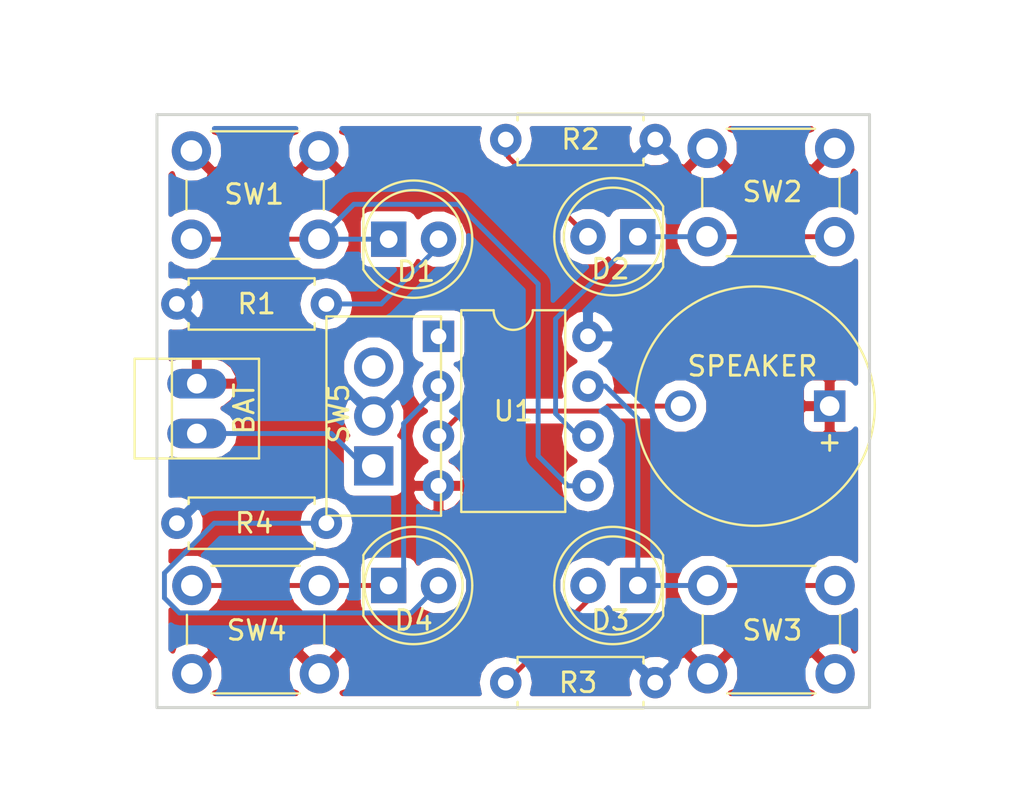
<source format=kicad_pcb>
(kicad_pcb (version 4) (host pcbnew 4.0.7)

  (general
    (links 33)
    (no_connects 1)
    (area 133.274999 83.617999 169.747001 113.994001)
    (thickness 1.6)
    (drawings 5)
    (tracks 47)
    (zones 0)
    (modules 16)
    (nets 14)
  )

  (page A4)
  (layers
    (0 F.Cu signal)
    (31 B.Cu signal hide)
    (32 B.Adhes user)
    (33 F.Adhes user)
    (34 B.Paste user)
    (35 F.Paste user)
    (36 B.SilkS user)
    (37 F.SilkS user)
    (38 B.Mask user)
    (39 F.Mask user)
    (40 Dwgs.User user)
    (41 Cmts.User user)
    (42 Eco1.User user)
    (43 Eco2.User user)
    (44 Edge.Cuts user)
    (45 Margin user)
    (46 B.CrtYd user)
    (47 F.CrtYd user)
    (48 B.Fab user)
    (49 F.Fab user)
  )

  (setup
    (last_trace_width 0.25)
    (trace_clearance 0.2)
    (zone_clearance 0.508)
    (zone_45_only no)
    (trace_min 0.2)
    (segment_width 0.2)
    (edge_width 0.15)
    (via_size 0.6)
    (via_drill 0.4)
    (via_min_size 0.4)
    (via_min_drill 0.3)
    (uvia_size 0.3)
    (uvia_drill 0.1)
    (uvias_allowed no)
    (uvia_min_size 0.2)
    (uvia_min_drill 0.1)
    (pcb_text_width 0.3)
    (pcb_text_size 1.5 1.5)
    (mod_edge_width 0.15)
    (mod_text_size 1 1)
    (mod_text_width 0.15)
    (pad_size 1.524 1.524)
    (pad_drill 0.762)
    (pad_to_mask_clearance 0.2)
    (aux_axis_origin 0 0)
    (visible_elements 7FFFFFFF)
    (pcbplotparams
      (layerselection 0x010fc_80000001)
      (usegerberextensions false)
      (excludeedgelayer true)
      (linewidth 0.100000)
      (plotframeref false)
      (viasonmask false)
      (mode 1)
      (useauxorigin false)
      (hpglpennumber 1)
      (hpglpenspeed 20)
      (hpglpendiameter 15)
      (hpglpenoverlay 2)
      (psnegative false)
      (psa4output false)
      (plotreference true)
      (plotvalue true)
      (plotinvisibletext false)
      (padsonsilk false)
      (subtractmaskfromsilk false)
      (outputformat 1)
      (mirror false)
      (drillshape 0)
      (scaleselection 1)
      (outputdirectory gerber/))
  )

  (net 0 "")
  (net 1 "Net-(BT1-Pad1)")
  (net 2 GND)
  (net 3 "Net-(D1-Pad1)")
  (net 4 "Net-(D1-Pad2)")
  (net 5 "Net-(D2-Pad1)")
  (net 6 "Net-(D2-Pad2)")
  (net 7 "Net-(D3-Pad1)")
  (net 8 "Net-(D3-Pad2)")
  (net 9 "Net-(D4-Pad1)")
  (net 10 "Net-(D4-Pad2)")
  (net 11 "Net-(LS1-Pad2)")
  (net 12 "Net-(R1-Pad1)")
  (net 13 "Net-(U1-Pad1)")

  (net_class Default "This is the default net class."
    (clearance 0.2)
    (trace_width 0.25)
    (via_dia 0.6)
    (via_drill 0.4)
    (uvia_dia 0.3)
    (uvia_drill 0.1)
    (add_net GND)
    (add_net "Net-(BT1-Pad1)")
    (add_net "Net-(D1-Pad1)")
    (add_net "Net-(D1-Pad2)")
    (add_net "Net-(D2-Pad1)")
    (add_net "Net-(D2-Pad2)")
    (add_net "Net-(D3-Pad1)")
    (add_net "Net-(D3-Pad2)")
    (add_net "Net-(D4-Pad1)")
    (add_net "Net-(D4-Pad2)")
    (add_net "Net-(LS1-Pad2)")
    (add_net "Net-(R1-Pad1)")
    (add_net "Net-(U1-Pad1)")
  )

  (module Housings_DIP:DIP-8_W7.62mm (layer F.Cu) (tedit 5A72E448) (tstamp 5A72D636)
    (at 147.701 94.996)
    (descr "8-lead though-hole mounted DIP package, row spacing 7.62 mm (300 mils)")
    (tags "THT DIP DIL PDIP 2.54mm 7.62mm 300mil")
    (path /5A72D436)
    (fp_text reference U1 (at 3.81 3.81) (layer F.SilkS)
      (effects (font (size 1 1) (thickness 0.15)))
    )
    (fp_text value ATTINY85-20PU (at 3.81 9.95) (layer F.Fab)
      (effects (font (size 1 1) (thickness 0.15)))
    )
    (fp_arc (start 3.81 -1.33) (end 2.81 -1.33) (angle -180) (layer F.SilkS) (width 0.12))
    (fp_line (start 1.635 -1.27) (end 6.985 -1.27) (layer F.Fab) (width 0.1))
    (fp_line (start 6.985 -1.27) (end 6.985 8.89) (layer F.Fab) (width 0.1))
    (fp_line (start 6.985 8.89) (end 0.635 8.89) (layer F.Fab) (width 0.1))
    (fp_line (start 0.635 8.89) (end 0.635 -0.27) (layer F.Fab) (width 0.1))
    (fp_line (start 0.635 -0.27) (end 1.635 -1.27) (layer F.Fab) (width 0.1))
    (fp_line (start 2.81 -1.33) (end 1.16 -1.33) (layer F.SilkS) (width 0.12))
    (fp_line (start 1.16 -1.33) (end 1.16 8.95) (layer F.SilkS) (width 0.12))
    (fp_line (start 1.16 8.95) (end 6.46 8.95) (layer F.SilkS) (width 0.12))
    (fp_line (start 6.46 8.95) (end 6.46 -1.33) (layer F.SilkS) (width 0.12))
    (fp_line (start 6.46 -1.33) (end 4.81 -1.33) (layer F.SilkS) (width 0.12))
    (fp_line (start -1.1 -1.55) (end -1.1 9.15) (layer F.CrtYd) (width 0.05))
    (fp_line (start -1.1 9.15) (end 8.7 9.15) (layer F.CrtYd) (width 0.05))
    (fp_line (start 8.7 9.15) (end 8.7 -1.55) (layer F.CrtYd) (width 0.05))
    (fp_line (start 8.7 -1.55) (end -1.1 -1.55) (layer F.CrtYd) (width 0.05))
    (fp_text user %R (at 3.81 3.81) (layer F.Fab)
      (effects (font (size 1 1) (thickness 0.15)))
    )
    (pad 1 thru_hole rect (at 0 0) (size 1.6 1.6) (drill 0.8) (layers *.Cu *.Mask)
      (net 13 "Net-(U1-Pad1)"))
    (pad 5 thru_hole oval (at 7.62 7.62) (size 1.6 1.6) (drill 0.8) (layers *.Cu *.Mask)
      (net 3 "Net-(D1-Pad1)"))
    (pad 2 thru_hole oval (at 0 2.54) (size 1.6 1.6) (drill 0.8) (layers *.Cu *.Mask)
      (net 9 "Net-(D4-Pad1)"))
    (pad 6 thru_hole oval (at 7.62 5.08) (size 1.6 1.6) (drill 0.8) (layers *.Cu *.Mask)
      (net 5 "Net-(D2-Pad1)"))
    (pad 3 thru_hole oval (at 0 5.08) (size 1.6 1.6) (drill 0.8) (layers *.Cu *.Mask)
      (net 11 "Net-(LS1-Pad2)"))
    (pad 7 thru_hole oval (at 7.62 2.54) (size 1.6 1.6) (drill 0.8) (layers *.Cu *.Mask)
      (net 7 "Net-(D3-Pad1)"))
    (pad 4 thru_hole oval (at 0 7.62) (size 1.6 1.6) (drill 0.8) (layers *.Cu *.Mask)
      (net 2 GND))
    (pad 8 thru_hole oval (at 7.62 0) (size 1.6 1.6) (drill 0.8) (layers *.Cu *.Mask)
      (net 12 "Net-(R1-Pad1)"))
    (model ${KISYS3DMOD}/Housings_DIP.3dshapes/DIP-8_W7.62mm.wrl
      (at (xyz 0 0 0))
      (scale (xyz 1 1 1))
      (rotate (xyz 0 0 0))
    )
  )

  (module Connectors:PINHEAD1-2 (layer F.Cu) (tedit 5A72E46D) (tstamp 5A72D5CD)
    (at 135.382 99.949 90)
    (path /5A72D722)
    (fp_text reference BAT (at 1.27 2.413 90) (layer F.SilkS)
      (effects (font (size 1 1) (thickness 0.15)))
    )
    (fp_text value Battery (at 1.27 3.81 90) (layer F.Fab)
      (effects (font (size 1 1) (thickness 0.15)))
    )
    (fp_line (start 3.81 -1.27) (end -1.27 -1.27) (layer F.SilkS) (width 0.12))
    (fp_line (start 3.81 3.17) (end -1.27 3.17) (layer F.SilkS) (width 0.12))
    (fp_line (start -1.27 -3.17) (end 3.81 -3.17) (layer F.SilkS) (width 0.12))
    (fp_line (start -1.27 -3.17) (end -1.27 3.17) (layer F.SilkS) (width 0.12))
    (fp_line (start 3.81 -3.17) (end 3.81 3.17) (layer F.SilkS) (width 0.12))
    (fp_line (start -1.52 -3.42) (end 4.06 -3.42) (layer F.CrtYd) (width 0.05))
    (fp_line (start -1.52 -3.42) (end -1.52 3.42) (layer F.CrtYd) (width 0.05))
    (fp_line (start 4.06 3.42) (end 4.06 -3.42) (layer F.CrtYd) (width 0.05))
    (fp_line (start 4.06 3.42) (end -1.52 3.42) (layer F.CrtYd) (width 0.05))
    (pad 1 thru_hole oval (at 0 0 90) (size 1.51 3.01) (drill 1) (layers *.Cu *.Mask)
      (net 1 "Net-(BT1-Pad1)"))
    (pad 2 thru_hole oval (at 2.54 0 90) (size 1.51 3.01) (drill 1) (layers *.Cu *.Mask)
      (net 2 GND))
  )

  (module LEDs:LED_D5.0mm (layer F.Cu) (tedit 5A72E44D) (tstamp 5A72D5D3)
    (at 145.161 90.043)
    (descr "LED, diameter 5.0mm, 2 pins, http://cdn-reichelt.de/documents/datenblatt/A500/LL-504BC2E-009.pdf")
    (tags "LED diameter 5.0mm 2 pins")
    (path /5A72D4E8)
    (fp_text reference D1 (at 1.397 1.651) (layer F.SilkS)
      (effects (font (size 1 1) (thickness 0.15)))
    )
    (fp_text value LED (at 1.27 3.96) (layer F.Fab)
      (effects (font (size 1 1) (thickness 0.15)))
    )
    (fp_arc (start 1.27 0) (end -1.23 -1.469694) (angle 299.1) (layer F.Fab) (width 0.1))
    (fp_arc (start 1.27 0) (end -1.29 -1.54483) (angle 148.9) (layer F.SilkS) (width 0.12))
    (fp_arc (start 1.27 0) (end -1.29 1.54483) (angle -148.9) (layer F.SilkS) (width 0.12))
    (fp_circle (center 1.27 0) (end 3.77 0) (layer F.Fab) (width 0.1))
    (fp_circle (center 1.27 0) (end 3.77 0) (layer F.SilkS) (width 0.12))
    (fp_line (start -1.23 -1.469694) (end -1.23 1.469694) (layer F.Fab) (width 0.1))
    (fp_line (start -1.29 -1.545) (end -1.29 1.545) (layer F.SilkS) (width 0.12))
    (fp_line (start -1.95 -3.25) (end -1.95 3.25) (layer F.CrtYd) (width 0.05))
    (fp_line (start -1.95 3.25) (end 4.5 3.25) (layer F.CrtYd) (width 0.05))
    (fp_line (start 4.5 3.25) (end 4.5 -3.25) (layer F.CrtYd) (width 0.05))
    (fp_line (start 4.5 -3.25) (end -1.95 -3.25) (layer F.CrtYd) (width 0.05))
    (fp_text user %R (at 1.25 0) (layer F.Fab)
      (effects (font (size 0.8 0.8) (thickness 0.2)))
    )
    (pad 1 thru_hole rect (at 0 0) (size 1.8 1.8) (drill 0.9) (layers *.Cu *.Mask)
      (net 3 "Net-(D1-Pad1)"))
    (pad 2 thru_hole circle (at 2.54 0) (size 1.8 1.8) (drill 0.9) (layers *.Cu *.Mask)
      (net 4 "Net-(D1-Pad2)"))
    (model ${KISYS3DMOD}/LEDs.3dshapes/LED_D5.0mm.wrl
      (at (xyz 0 0 0))
      (scale (xyz 0.393701 0.393701 0.393701))
      (rotate (xyz 0 0 0))
    )
  )

  (module LEDs:LED_D5.0mm (layer F.Cu) (tedit 5A72E444) (tstamp 5A72D5D9)
    (at 157.861 89.916 180)
    (descr "LED, diameter 5.0mm, 2 pins, http://cdn-reichelt.de/documents/datenblatt/A500/LL-504BC2E-009.pdf")
    (tags "LED diameter 5.0mm 2 pins")
    (path /5A72DC4F)
    (fp_text reference D2 (at 1.397 -1.651 180) (layer F.SilkS)
      (effects (font (size 1 1) (thickness 0.15)))
    )
    (fp_text value LED (at 1.27 3.96 180) (layer F.Fab)
      (effects (font (size 1 1) (thickness 0.15)))
    )
    (fp_arc (start 1.27 0) (end -1.23 -1.469694) (angle 299.1) (layer F.Fab) (width 0.1))
    (fp_arc (start 1.27 0) (end -1.29 -1.54483) (angle 148.9) (layer F.SilkS) (width 0.12))
    (fp_arc (start 1.27 0) (end -1.29 1.54483) (angle -148.9) (layer F.SilkS) (width 0.12))
    (fp_circle (center 1.27 0) (end 3.77 0) (layer F.Fab) (width 0.1))
    (fp_circle (center 1.27 0) (end 3.77 0) (layer F.SilkS) (width 0.12))
    (fp_line (start -1.23 -1.469694) (end -1.23 1.469694) (layer F.Fab) (width 0.1))
    (fp_line (start -1.29 -1.545) (end -1.29 1.545) (layer F.SilkS) (width 0.12))
    (fp_line (start -1.95 -3.25) (end -1.95 3.25) (layer F.CrtYd) (width 0.05))
    (fp_line (start -1.95 3.25) (end 4.5 3.25) (layer F.CrtYd) (width 0.05))
    (fp_line (start 4.5 3.25) (end 4.5 -3.25) (layer F.CrtYd) (width 0.05))
    (fp_line (start 4.5 -3.25) (end -1.95 -3.25) (layer F.CrtYd) (width 0.05))
    (fp_text user %R (at 1.25 0 180) (layer F.Fab)
      (effects (font (size 0.8 0.8) (thickness 0.2)))
    )
    (pad 1 thru_hole rect (at 0 0 180) (size 1.8 1.8) (drill 0.9) (layers *.Cu *.Mask)
      (net 5 "Net-(D2-Pad1)"))
    (pad 2 thru_hole circle (at 2.54 0 180) (size 1.8 1.8) (drill 0.9) (layers *.Cu *.Mask)
      (net 6 "Net-(D2-Pad2)"))
    (model ${KISYS3DMOD}/LEDs.3dshapes/LED_D5.0mm.wrl
      (at (xyz 0 0 0))
      (scale (xyz 0.393701 0.393701 0.393701))
      (rotate (xyz 0 0 0))
    )
  )

  (module LEDs:LED_D5.0mm (layer F.Cu) (tedit 5A72E421) (tstamp 5A72D5DF)
    (at 157.861 107.696 180)
    (descr "LED, diameter 5.0mm, 2 pins, http://cdn-reichelt.de/documents/datenblatt/A500/LL-504BC2E-009.pdf")
    (tags "LED diameter 5.0mm 2 pins")
    (path /5A72DCCE)
    (fp_text reference D3 (at 1.397 -1.778 180) (layer F.SilkS)
      (effects (font (size 1 1) (thickness 0.15)))
    )
    (fp_text value LED (at 1.27 3.96 180) (layer F.Fab)
      (effects (font (size 1 1) (thickness 0.15)))
    )
    (fp_arc (start 1.27 0) (end -1.23 -1.469694) (angle 299.1) (layer F.Fab) (width 0.1))
    (fp_arc (start 1.27 0) (end -1.29 -1.54483) (angle 148.9) (layer F.SilkS) (width 0.12))
    (fp_arc (start 1.27 0) (end -1.29 1.54483) (angle -148.9) (layer F.SilkS) (width 0.12))
    (fp_circle (center 1.27 0) (end 3.77 0) (layer F.Fab) (width 0.1))
    (fp_circle (center 1.27 0) (end 3.77 0) (layer F.SilkS) (width 0.12))
    (fp_line (start -1.23 -1.469694) (end -1.23 1.469694) (layer F.Fab) (width 0.1))
    (fp_line (start -1.29 -1.545) (end -1.29 1.545) (layer F.SilkS) (width 0.12))
    (fp_line (start -1.95 -3.25) (end -1.95 3.25) (layer F.CrtYd) (width 0.05))
    (fp_line (start -1.95 3.25) (end 4.5 3.25) (layer F.CrtYd) (width 0.05))
    (fp_line (start 4.5 3.25) (end 4.5 -3.25) (layer F.CrtYd) (width 0.05))
    (fp_line (start 4.5 -3.25) (end -1.95 -3.25) (layer F.CrtYd) (width 0.05))
    (fp_text user %R (at 1.25 0 180) (layer F.Fab)
      (effects (font (size 0.8 0.8) (thickness 0.2)))
    )
    (pad 1 thru_hole rect (at 0 0 180) (size 1.8 1.8) (drill 0.9) (layers *.Cu *.Mask)
      (net 7 "Net-(D3-Pad1)"))
    (pad 2 thru_hole circle (at 2.54 0 180) (size 1.8 1.8) (drill 0.9) (layers *.Cu *.Mask)
      (net 8 "Net-(D3-Pad2)"))
    (model ${KISYS3DMOD}/LEDs.3dshapes/LED_D5.0mm.wrl
      (at (xyz 0 0 0))
      (scale (xyz 0.393701 0.393701 0.393701))
      (rotate (xyz 0 0 0))
    )
  )

  (module LEDs:LED_D5.0mm (layer F.Cu) (tedit 5A72E47E) (tstamp 5A72D5E5)
    (at 145.161 107.696)
    (descr "LED, diameter 5.0mm, 2 pins, http://cdn-reichelt.de/documents/datenblatt/A500/LL-504BC2E-009.pdf")
    (tags "LED diameter 5.0mm 2 pins")
    (path /5A72DD8A)
    (fp_text reference D4 (at 1.27 1.778) (layer F.SilkS)
      (effects (font (size 1 1) (thickness 0.15)))
    )
    (fp_text value LED (at 1.27 3.96) (layer F.Fab)
      (effects (font (size 1 1) (thickness 0.15)))
    )
    (fp_arc (start 1.27 0) (end -1.23 -1.469694) (angle 299.1) (layer F.Fab) (width 0.1))
    (fp_arc (start 1.27 0) (end -1.29 -1.54483) (angle 148.9) (layer F.SilkS) (width 0.12))
    (fp_arc (start 1.27 0) (end -1.29 1.54483) (angle -148.9) (layer F.SilkS) (width 0.12))
    (fp_circle (center 1.27 0) (end 3.77 0) (layer F.Fab) (width 0.1))
    (fp_circle (center 1.27 0) (end 3.77 0) (layer F.SilkS) (width 0.12))
    (fp_line (start -1.23 -1.469694) (end -1.23 1.469694) (layer F.Fab) (width 0.1))
    (fp_line (start -1.29 -1.545) (end -1.29 1.545) (layer F.SilkS) (width 0.12))
    (fp_line (start -1.95 -3.25) (end -1.95 3.25) (layer F.CrtYd) (width 0.05))
    (fp_line (start -1.95 3.25) (end 4.5 3.25) (layer F.CrtYd) (width 0.05))
    (fp_line (start 4.5 3.25) (end 4.5 -3.25) (layer F.CrtYd) (width 0.05))
    (fp_line (start 4.5 -3.25) (end -1.95 -3.25) (layer F.CrtYd) (width 0.05))
    (fp_text user %R (at 1.25 0) (layer F.Fab)
      (effects (font (size 0.8 0.8) (thickness 0.2)))
    )
    (pad 1 thru_hole rect (at 0 0) (size 1.8 1.8) (drill 0.9) (layers *.Cu *.Mask)
      (net 9 "Net-(D4-Pad1)"))
    (pad 2 thru_hole circle (at 2.54 0) (size 1.8 1.8) (drill 0.9) (layers *.Cu *.Mask)
      (net 10 "Net-(D4-Pad2)"))
    (model ${KISYS3DMOD}/LEDs.3dshapes/LED_D5.0mm.wrl
      (at (xyz 0 0 0))
      (scale (xyz 0.393701 0.393701 0.393701))
      (rotate (xyz 0 0 0))
    )
  )

  (module Buzzers_Beepers:MagneticBuzzer_ProSignal_ABI-009-RC (layer F.Cu) (tedit 5A72E437) (tstamp 5A72D5EB)
    (at 167.64 98.552 180)
    (descr "Buzzer, Elektromagnetic Beeper, Summer, 6V-DC,")
    (tags "Pro Signal ABI-009-RC ")
    (path /5A72D546)
    (fp_text reference SPEAKER (at 3.937 2.032 180) (layer F.SilkS)
      (effects (font (size 1 1) (thickness 0.15)))
    )
    (fp_text value Speaker (at 3.8 7 180) (layer F.Fab)
      (effects (font (size 1 1) (thickness 0.15)))
    )
    (fp_text user + (at 0 -1.8 180) (layer F.SilkS)
      (effects (font (size 1 1) (thickness 0.15)))
    )
    (fp_circle (center 3.8 0) (end 9.9 0) (layer F.SilkS) (width 0.12))
    (fp_circle (center 3.8 0) (end 9.8 0) (layer F.Fab) (width 0.1))
    (fp_text user + (at 0 -1.8 180) (layer F.Fab)
      (effects (font (size 1 1) (thickness 0.15)))
    )
    (fp_text user %R (at 3.8 -7 180) (layer F.Fab)
      (effects (font (size 1 1) (thickness 0.15)))
    )
    (fp_circle (center 3.8 0) (end 5.1 0) (layer F.Fab) (width 0.1))
    (fp_circle (center 3.8 0) (end 10.05 0) (layer F.CrtYd) (width 0.05))
    (pad 1 thru_hole rect (at 0 0 180) (size 1.6 1.6) (drill 1) (layers *.Cu *.Mask)
      (net 2 GND))
    (pad 2 thru_hole circle (at 7.6 0 180) (size 1.6 1.6) (drill 1) (layers *.Cu *.Mask)
      (net 11 "Net-(LS1-Pad2)"))
    (model ${KISYS3DMOD}/Buzzers_Beepers.3dshapes/MagneticBuzzer_ProSignal_ABI-009-RC.wrl
      (at (xyz 0.2992125984251969 0 0))
      (scale (xyz 1 1 1))
      (rotate (xyz 0 0 180))
    )
  )

  (module Resistors_THT:R_Axial_DIN0207_L6.3mm_D2.5mm_P7.62mm_Horizontal (layer F.Cu) (tedit 5A72E458) (tstamp 5A72D5F1)
    (at 134.366 93.345)
    (descr "Resistor, Axial_DIN0207 series, Axial, Horizontal, pin pitch=7.62mm, 0.25W = 1/4W, length*diameter=6.3*2.5mm^2, http://cdn-reichelt.de/documents/datenblatt/B400/1_4W%23YAG.pdf")
    (tags "Resistor Axial_DIN0207 series Axial Horizontal pin pitch 7.62mm 0.25W = 1/4W length 6.3mm diameter 2.5mm")
    (path /5A72D519)
    (fp_text reference R1 (at 4.064 0) (layer F.SilkS)
      (effects (font (size 1 1) (thickness 0.15)))
    )
    (fp_text value R (at 3.81 2.31) (layer F.Fab)
      (effects (font (size 1 1) (thickness 0.15)))
    )
    (fp_line (start 0.66 -1.25) (end 0.66 1.25) (layer F.Fab) (width 0.1))
    (fp_line (start 0.66 1.25) (end 6.96 1.25) (layer F.Fab) (width 0.1))
    (fp_line (start 6.96 1.25) (end 6.96 -1.25) (layer F.Fab) (width 0.1))
    (fp_line (start 6.96 -1.25) (end 0.66 -1.25) (layer F.Fab) (width 0.1))
    (fp_line (start 0 0) (end 0.66 0) (layer F.Fab) (width 0.1))
    (fp_line (start 7.62 0) (end 6.96 0) (layer F.Fab) (width 0.1))
    (fp_line (start 0.6 -0.98) (end 0.6 -1.31) (layer F.SilkS) (width 0.12))
    (fp_line (start 0.6 -1.31) (end 7.02 -1.31) (layer F.SilkS) (width 0.12))
    (fp_line (start 7.02 -1.31) (end 7.02 -0.98) (layer F.SilkS) (width 0.12))
    (fp_line (start 0.6 0.98) (end 0.6 1.31) (layer F.SilkS) (width 0.12))
    (fp_line (start 0.6 1.31) (end 7.02 1.31) (layer F.SilkS) (width 0.12))
    (fp_line (start 7.02 1.31) (end 7.02 0.98) (layer F.SilkS) (width 0.12))
    (fp_line (start -1.05 -1.6) (end -1.05 1.6) (layer F.CrtYd) (width 0.05))
    (fp_line (start -1.05 1.6) (end 8.7 1.6) (layer F.CrtYd) (width 0.05))
    (fp_line (start 8.7 1.6) (end 8.7 -1.6) (layer F.CrtYd) (width 0.05))
    (fp_line (start 8.7 -1.6) (end -1.05 -1.6) (layer F.CrtYd) (width 0.05))
    (pad 1 thru_hole circle (at 0 0) (size 1.6 1.6) (drill 0.8) (layers *.Cu *.Mask)
      (net 12 "Net-(R1-Pad1)"))
    (pad 2 thru_hole oval (at 7.62 0) (size 1.6 1.6) (drill 0.8) (layers *.Cu *.Mask)
      (net 4 "Net-(D1-Pad2)"))
    (model ${KISYS3DMOD}/Resistors_THT.3dshapes/R_Axial_DIN0207_L6.3mm_D2.5mm_P7.62mm_Horizontal.wrl
      (at (xyz 0 0 0))
      (scale (xyz 0.393701 0.393701 0.393701))
      (rotate (xyz 0 0 0))
    )
  )

  (module Resistors_THT:R_Axial_DIN0207_L6.3mm_D2.5mm_P7.62mm_Horizontal (layer F.Cu) (tedit 5A72E442) (tstamp 5A72D5F7)
    (at 158.75 84.963 180)
    (descr "Resistor, Axial_DIN0207 series, Axial, Horizontal, pin pitch=7.62mm, 0.25W = 1/4W, length*diameter=6.3*2.5mm^2, http://cdn-reichelt.de/documents/datenblatt/B400/1_4W%23YAG.pdf")
    (tags "Resistor Axial_DIN0207 series Axial Horizontal pin pitch 7.62mm 0.25W = 1/4W length 6.3mm diameter 2.5mm")
    (path /5A72DC55)
    (fp_text reference R2 (at 3.81 0 180) (layer F.SilkS)
      (effects (font (size 1 1) (thickness 0.15)))
    )
    (fp_text value R (at 3.81 2.31 180) (layer F.Fab)
      (effects (font (size 1 1) (thickness 0.15)))
    )
    (fp_line (start 0.66 -1.25) (end 0.66 1.25) (layer F.Fab) (width 0.1))
    (fp_line (start 0.66 1.25) (end 6.96 1.25) (layer F.Fab) (width 0.1))
    (fp_line (start 6.96 1.25) (end 6.96 -1.25) (layer F.Fab) (width 0.1))
    (fp_line (start 6.96 -1.25) (end 0.66 -1.25) (layer F.Fab) (width 0.1))
    (fp_line (start 0 0) (end 0.66 0) (layer F.Fab) (width 0.1))
    (fp_line (start 7.62 0) (end 6.96 0) (layer F.Fab) (width 0.1))
    (fp_line (start 0.6 -0.98) (end 0.6 -1.31) (layer F.SilkS) (width 0.12))
    (fp_line (start 0.6 -1.31) (end 7.02 -1.31) (layer F.SilkS) (width 0.12))
    (fp_line (start 7.02 -1.31) (end 7.02 -0.98) (layer F.SilkS) (width 0.12))
    (fp_line (start 0.6 0.98) (end 0.6 1.31) (layer F.SilkS) (width 0.12))
    (fp_line (start 0.6 1.31) (end 7.02 1.31) (layer F.SilkS) (width 0.12))
    (fp_line (start 7.02 1.31) (end 7.02 0.98) (layer F.SilkS) (width 0.12))
    (fp_line (start -1.05 -1.6) (end -1.05 1.6) (layer F.CrtYd) (width 0.05))
    (fp_line (start -1.05 1.6) (end 8.7 1.6) (layer F.CrtYd) (width 0.05))
    (fp_line (start 8.7 1.6) (end 8.7 -1.6) (layer F.CrtYd) (width 0.05))
    (fp_line (start 8.7 -1.6) (end -1.05 -1.6) (layer F.CrtYd) (width 0.05))
    (pad 1 thru_hole circle (at 0 0 180) (size 1.6 1.6) (drill 0.8) (layers *.Cu *.Mask)
      (net 12 "Net-(R1-Pad1)"))
    (pad 2 thru_hole oval (at 7.62 0 180) (size 1.6 1.6) (drill 0.8) (layers *.Cu *.Mask)
      (net 6 "Net-(D2-Pad2)"))
    (model ${KISYS3DMOD}/Resistors_THT.3dshapes/R_Axial_DIN0207_L6.3mm_D2.5mm_P7.62mm_Horizontal.wrl
      (at (xyz 0 0 0))
      (scale (xyz 0.393701 0.393701 0.393701))
      (rotate (xyz 0 0 0))
    )
  )

  (module Resistors_THT:R_Axial_DIN0207_L6.3mm_D2.5mm_P7.62mm_Horizontal (layer F.Cu) (tedit 5A72E41D) (tstamp 5A72D5FD)
    (at 158.75 112.649 180)
    (descr "Resistor, Axial_DIN0207 series, Axial, Horizontal, pin pitch=7.62mm, 0.25W = 1/4W, length*diameter=6.3*2.5mm^2, http://cdn-reichelt.de/documents/datenblatt/B400/1_4W%23YAG.pdf")
    (tags "Resistor Axial_DIN0207 series Axial Horizontal pin pitch 7.62mm 0.25W = 1/4W length 6.3mm diameter 2.5mm")
    (path /5A72DCD4)
    (fp_text reference R3 (at 3.937 0 180) (layer F.SilkS)
      (effects (font (size 1 1) (thickness 0.15)))
    )
    (fp_text value R (at 3.81 2.31 180) (layer F.Fab)
      (effects (font (size 1 1) (thickness 0.15)))
    )
    (fp_line (start 0.66 -1.25) (end 0.66 1.25) (layer F.Fab) (width 0.1))
    (fp_line (start 0.66 1.25) (end 6.96 1.25) (layer F.Fab) (width 0.1))
    (fp_line (start 6.96 1.25) (end 6.96 -1.25) (layer F.Fab) (width 0.1))
    (fp_line (start 6.96 -1.25) (end 0.66 -1.25) (layer F.Fab) (width 0.1))
    (fp_line (start 0 0) (end 0.66 0) (layer F.Fab) (width 0.1))
    (fp_line (start 7.62 0) (end 6.96 0) (layer F.Fab) (width 0.1))
    (fp_line (start 0.6 -0.98) (end 0.6 -1.31) (layer F.SilkS) (width 0.12))
    (fp_line (start 0.6 -1.31) (end 7.02 -1.31) (layer F.SilkS) (width 0.12))
    (fp_line (start 7.02 -1.31) (end 7.02 -0.98) (layer F.SilkS) (width 0.12))
    (fp_line (start 0.6 0.98) (end 0.6 1.31) (layer F.SilkS) (width 0.12))
    (fp_line (start 0.6 1.31) (end 7.02 1.31) (layer F.SilkS) (width 0.12))
    (fp_line (start 7.02 1.31) (end 7.02 0.98) (layer F.SilkS) (width 0.12))
    (fp_line (start -1.05 -1.6) (end -1.05 1.6) (layer F.CrtYd) (width 0.05))
    (fp_line (start -1.05 1.6) (end 8.7 1.6) (layer F.CrtYd) (width 0.05))
    (fp_line (start 8.7 1.6) (end 8.7 -1.6) (layer F.CrtYd) (width 0.05))
    (fp_line (start 8.7 -1.6) (end -1.05 -1.6) (layer F.CrtYd) (width 0.05))
    (pad 1 thru_hole circle (at 0 0 180) (size 1.6 1.6) (drill 0.8) (layers *.Cu *.Mask)
      (net 12 "Net-(R1-Pad1)"))
    (pad 2 thru_hole oval (at 7.62 0 180) (size 1.6 1.6) (drill 0.8) (layers *.Cu *.Mask)
      (net 8 "Net-(D3-Pad2)"))
    (model ${KISYS3DMOD}/Resistors_THT.3dshapes/R_Axial_DIN0207_L6.3mm_D2.5mm_P7.62mm_Horizontal.wrl
      (at (xyz 0 0 0))
      (scale (xyz 0.393701 0.393701 0.393701))
      (rotate (xyz 0 0 0))
    )
  )

  (module Resistors_THT:R_Axial_DIN0207_L6.3mm_D2.5mm_P7.62mm_Horizontal (layer F.Cu) (tedit 5A72E47B) (tstamp 5A72D603)
    (at 134.366 104.521)
    (descr "Resistor, Axial_DIN0207 series, Axial, Horizontal, pin pitch=7.62mm, 0.25W = 1/4W, length*diameter=6.3*2.5mm^2, http://cdn-reichelt.de/documents/datenblatt/B400/1_4W%23YAG.pdf")
    (tags "Resistor Axial_DIN0207 series Axial Horizontal pin pitch 7.62mm 0.25W = 1/4W length 6.3mm diameter 2.5mm")
    (path /5A72DD90)
    (fp_text reference R4 (at 3.937 0) (layer F.SilkS)
      (effects (font (size 1 1) (thickness 0.15)))
    )
    (fp_text value R (at 3.81 2.31) (layer F.Fab)
      (effects (font (size 1 1) (thickness 0.15)))
    )
    (fp_line (start 0.66 -1.25) (end 0.66 1.25) (layer F.Fab) (width 0.1))
    (fp_line (start 0.66 1.25) (end 6.96 1.25) (layer F.Fab) (width 0.1))
    (fp_line (start 6.96 1.25) (end 6.96 -1.25) (layer F.Fab) (width 0.1))
    (fp_line (start 6.96 -1.25) (end 0.66 -1.25) (layer F.Fab) (width 0.1))
    (fp_line (start 0 0) (end 0.66 0) (layer F.Fab) (width 0.1))
    (fp_line (start 7.62 0) (end 6.96 0) (layer F.Fab) (width 0.1))
    (fp_line (start 0.6 -0.98) (end 0.6 -1.31) (layer F.SilkS) (width 0.12))
    (fp_line (start 0.6 -1.31) (end 7.02 -1.31) (layer F.SilkS) (width 0.12))
    (fp_line (start 7.02 -1.31) (end 7.02 -0.98) (layer F.SilkS) (width 0.12))
    (fp_line (start 0.6 0.98) (end 0.6 1.31) (layer F.SilkS) (width 0.12))
    (fp_line (start 0.6 1.31) (end 7.02 1.31) (layer F.SilkS) (width 0.12))
    (fp_line (start 7.02 1.31) (end 7.02 0.98) (layer F.SilkS) (width 0.12))
    (fp_line (start -1.05 -1.6) (end -1.05 1.6) (layer F.CrtYd) (width 0.05))
    (fp_line (start -1.05 1.6) (end 8.7 1.6) (layer F.CrtYd) (width 0.05))
    (fp_line (start 8.7 1.6) (end 8.7 -1.6) (layer F.CrtYd) (width 0.05))
    (fp_line (start 8.7 -1.6) (end -1.05 -1.6) (layer F.CrtYd) (width 0.05))
    (pad 1 thru_hole circle (at 0 0) (size 1.6 1.6) (drill 0.8) (layers *.Cu *.Mask)
      (net 12 "Net-(R1-Pad1)"))
    (pad 2 thru_hole oval (at 7.62 0) (size 1.6 1.6) (drill 0.8) (layers *.Cu *.Mask)
      (net 10 "Net-(D4-Pad2)"))
    (model ${KISYS3DMOD}/Resistors_THT.3dshapes/R_Axial_DIN0207_L6.3mm_D2.5mm_P7.62mm_Horizontal.wrl
      (at (xyz 0 0 0))
      (scale (xyz 0.393701 0.393701 0.393701))
      (rotate (xyz 0 0 0))
    )
  )

  (module Buttons_Switches_THT:SW_PUSH_6mm_h9.5mm (layer F.Cu) (tedit 5A72E43E) (tstamp 5A72D612)
    (at 167.894 89.916 180)
    (descr "tactile push button, 6x6mm e.g. PHAP33xx series, height=9.5mm")
    (tags "tact sw push 6mm")
    (path /5A72DC49)
    (fp_text reference SW2 (at 3.175 2.286 180) (layer F.SilkS)
      (effects (font (size 1 1) (thickness 0.15)))
    )
    (fp_text value SW_DIP_x01 (at 3.75 6.7 180) (layer F.Fab)
      (effects (font (size 1 1) (thickness 0.15)))
    )
    (fp_text user %R (at 3.25 2.25 180) (layer F.Fab)
      (effects (font (size 1 1) (thickness 0.15)))
    )
    (fp_line (start 3.25 -0.75) (end 6.25 -0.75) (layer F.Fab) (width 0.1))
    (fp_line (start 6.25 -0.75) (end 6.25 5.25) (layer F.Fab) (width 0.1))
    (fp_line (start 6.25 5.25) (end 0.25 5.25) (layer F.Fab) (width 0.1))
    (fp_line (start 0.25 5.25) (end 0.25 -0.75) (layer F.Fab) (width 0.1))
    (fp_line (start 0.25 -0.75) (end 3.25 -0.75) (layer F.Fab) (width 0.1))
    (fp_line (start 7.75 6) (end 8 6) (layer F.CrtYd) (width 0.05))
    (fp_line (start 8 6) (end 8 5.75) (layer F.CrtYd) (width 0.05))
    (fp_line (start 7.75 -1.5) (end 8 -1.5) (layer F.CrtYd) (width 0.05))
    (fp_line (start 8 -1.5) (end 8 -1.25) (layer F.CrtYd) (width 0.05))
    (fp_line (start -1.5 -1.25) (end -1.5 -1.5) (layer F.CrtYd) (width 0.05))
    (fp_line (start -1.5 -1.5) (end -1.25 -1.5) (layer F.CrtYd) (width 0.05))
    (fp_line (start -1.5 5.75) (end -1.5 6) (layer F.CrtYd) (width 0.05))
    (fp_line (start -1.5 6) (end -1.25 6) (layer F.CrtYd) (width 0.05))
    (fp_line (start -1.25 -1.5) (end 7.75 -1.5) (layer F.CrtYd) (width 0.05))
    (fp_line (start -1.5 5.75) (end -1.5 -1.25) (layer F.CrtYd) (width 0.05))
    (fp_line (start 7.75 6) (end -1.25 6) (layer F.CrtYd) (width 0.05))
    (fp_line (start 8 -1.25) (end 8 5.75) (layer F.CrtYd) (width 0.05))
    (fp_line (start 1 5.5) (end 5.5 5.5) (layer F.SilkS) (width 0.12))
    (fp_line (start -0.25 1.5) (end -0.25 3) (layer F.SilkS) (width 0.12))
    (fp_line (start 5.5 -1) (end 1 -1) (layer F.SilkS) (width 0.12))
    (fp_line (start 6.75 3) (end 6.75 1.5) (layer F.SilkS) (width 0.12))
    (fp_circle (center 3.25 2.25) (end 1.25 2.5) (layer F.Fab) (width 0.1))
    (pad 2 thru_hole circle (at 0 4.5 270) (size 2 2) (drill 1.1) (layers *.Cu *.Mask)
      (net 2 GND))
    (pad 1 thru_hole circle (at 0 0 270) (size 2 2) (drill 1.1) (layers *.Cu *.Mask)
      (net 5 "Net-(D2-Pad1)"))
    (pad 2 thru_hole circle (at 6.5 4.5 270) (size 2 2) (drill 1.1) (layers *.Cu *.Mask)
      (net 2 GND))
    (pad 1 thru_hole circle (at 6.5 0 270) (size 2 2) (drill 1.1) (layers *.Cu *.Mask)
      (net 5 "Net-(D2-Pad1)"))
    (model ${KISYS3DMOD}/Buttons_Switches_THT.3dshapes/SW_PUSH_6mm_h9.5mm.wrl
      (at (xyz 0.005 0 0))
      (scale (xyz 0.3937 0.3937 0.3937))
      (rotate (xyz 0 0 0))
    )
  )

  (module Buttons_Switches_THT:SW_PUSH_6mm_h9.5mm (layer F.Cu) (tedit 5A72E426) (tstamp 5A72D61A)
    (at 161.417 107.696)
    (descr "tactile push button, 6x6mm e.g. PHAP33xx series, height=9.5mm")
    (tags "tact sw push 6mm")
    (path /5A72DCC8)
    (fp_text reference SW3 (at 3.302 2.286) (layer F.SilkS)
      (effects (font (size 1 1) (thickness 0.15)))
    )
    (fp_text value SW_DIP_x01 (at 3.75 6.7) (layer F.Fab)
      (effects (font (size 1 1) (thickness 0.15)))
    )
    (fp_text user %R (at 3.25 2.25) (layer F.Fab)
      (effects (font (size 1 1) (thickness 0.15)))
    )
    (fp_line (start 3.25 -0.75) (end 6.25 -0.75) (layer F.Fab) (width 0.1))
    (fp_line (start 6.25 -0.75) (end 6.25 5.25) (layer F.Fab) (width 0.1))
    (fp_line (start 6.25 5.25) (end 0.25 5.25) (layer F.Fab) (width 0.1))
    (fp_line (start 0.25 5.25) (end 0.25 -0.75) (layer F.Fab) (width 0.1))
    (fp_line (start 0.25 -0.75) (end 3.25 -0.75) (layer F.Fab) (width 0.1))
    (fp_line (start 7.75 6) (end 8 6) (layer F.CrtYd) (width 0.05))
    (fp_line (start 8 6) (end 8 5.75) (layer F.CrtYd) (width 0.05))
    (fp_line (start 7.75 -1.5) (end 8 -1.5) (layer F.CrtYd) (width 0.05))
    (fp_line (start 8 -1.5) (end 8 -1.25) (layer F.CrtYd) (width 0.05))
    (fp_line (start -1.5 -1.25) (end -1.5 -1.5) (layer F.CrtYd) (width 0.05))
    (fp_line (start -1.5 -1.5) (end -1.25 -1.5) (layer F.CrtYd) (width 0.05))
    (fp_line (start -1.5 5.75) (end -1.5 6) (layer F.CrtYd) (width 0.05))
    (fp_line (start -1.5 6) (end -1.25 6) (layer F.CrtYd) (width 0.05))
    (fp_line (start -1.25 -1.5) (end 7.75 -1.5) (layer F.CrtYd) (width 0.05))
    (fp_line (start -1.5 5.75) (end -1.5 -1.25) (layer F.CrtYd) (width 0.05))
    (fp_line (start 7.75 6) (end -1.25 6) (layer F.CrtYd) (width 0.05))
    (fp_line (start 8 -1.25) (end 8 5.75) (layer F.CrtYd) (width 0.05))
    (fp_line (start 1 5.5) (end 5.5 5.5) (layer F.SilkS) (width 0.12))
    (fp_line (start -0.25 1.5) (end -0.25 3) (layer F.SilkS) (width 0.12))
    (fp_line (start 5.5 -1) (end 1 -1) (layer F.SilkS) (width 0.12))
    (fp_line (start 6.75 3) (end 6.75 1.5) (layer F.SilkS) (width 0.12))
    (fp_circle (center 3.25 2.25) (end 1.25 2.5) (layer F.Fab) (width 0.1))
    (pad 2 thru_hole circle (at 0 4.5 90) (size 2 2) (drill 1.1) (layers *.Cu *.Mask)
      (net 2 GND))
    (pad 1 thru_hole circle (at 0 0 90) (size 2 2) (drill 1.1) (layers *.Cu *.Mask)
      (net 7 "Net-(D3-Pad1)"))
    (pad 2 thru_hole circle (at 6.5 4.5 90) (size 2 2) (drill 1.1) (layers *.Cu *.Mask)
      (net 2 GND))
    (pad 1 thru_hole circle (at 6.5 0 90) (size 2 2) (drill 1.1) (layers *.Cu *.Mask)
      (net 7 "Net-(D3-Pad1)"))
    (model ${KISYS3DMOD}/Buttons_Switches_THT.3dshapes/SW_PUSH_6mm_h9.5mm.wrl
      (at (xyz 0.005 0 0))
      (scale (xyz 0.3937 0.3937 0.3937))
      (rotate (xyz 0 0 0))
    )
  )

  (module Buttons_Switches_THT:SW_PUSH_6mm_h9.5mm (layer F.Cu) (tedit 5A72E479) (tstamp 5A72D622)
    (at 135.128 107.696)
    (descr "tactile push button, 6x6mm e.g. PHAP33xx series, height=9.5mm")
    (tags "tact sw push 6mm")
    (path /5A72DD84)
    (fp_text reference SW4 (at 3.302 2.286) (layer F.SilkS)
      (effects (font (size 1 1) (thickness 0.15)))
    )
    (fp_text value SW_DIP_x01 (at 3.75 6.7) (layer F.Fab)
      (effects (font (size 1 1) (thickness 0.15)))
    )
    (fp_text user %R (at 3.25 2.25) (layer F.Fab)
      (effects (font (size 1 1) (thickness 0.15)))
    )
    (fp_line (start 3.25 -0.75) (end 6.25 -0.75) (layer F.Fab) (width 0.1))
    (fp_line (start 6.25 -0.75) (end 6.25 5.25) (layer F.Fab) (width 0.1))
    (fp_line (start 6.25 5.25) (end 0.25 5.25) (layer F.Fab) (width 0.1))
    (fp_line (start 0.25 5.25) (end 0.25 -0.75) (layer F.Fab) (width 0.1))
    (fp_line (start 0.25 -0.75) (end 3.25 -0.75) (layer F.Fab) (width 0.1))
    (fp_line (start 7.75 6) (end 8 6) (layer F.CrtYd) (width 0.05))
    (fp_line (start 8 6) (end 8 5.75) (layer F.CrtYd) (width 0.05))
    (fp_line (start 7.75 -1.5) (end 8 -1.5) (layer F.CrtYd) (width 0.05))
    (fp_line (start 8 -1.5) (end 8 -1.25) (layer F.CrtYd) (width 0.05))
    (fp_line (start -1.5 -1.25) (end -1.5 -1.5) (layer F.CrtYd) (width 0.05))
    (fp_line (start -1.5 -1.5) (end -1.25 -1.5) (layer F.CrtYd) (width 0.05))
    (fp_line (start -1.5 5.75) (end -1.5 6) (layer F.CrtYd) (width 0.05))
    (fp_line (start -1.5 6) (end -1.25 6) (layer F.CrtYd) (width 0.05))
    (fp_line (start -1.25 -1.5) (end 7.75 -1.5) (layer F.CrtYd) (width 0.05))
    (fp_line (start -1.5 5.75) (end -1.5 -1.25) (layer F.CrtYd) (width 0.05))
    (fp_line (start 7.75 6) (end -1.25 6) (layer F.CrtYd) (width 0.05))
    (fp_line (start 8 -1.25) (end 8 5.75) (layer F.CrtYd) (width 0.05))
    (fp_line (start 1 5.5) (end 5.5 5.5) (layer F.SilkS) (width 0.12))
    (fp_line (start -0.25 1.5) (end -0.25 3) (layer F.SilkS) (width 0.12))
    (fp_line (start 5.5 -1) (end 1 -1) (layer F.SilkS) (width 0.12))
    (fp_line (start 6.75 3) (end 6.75 1.5) (layer F.SilkS) (width 0.12))
    (fp_circle (center 3.25 2.25) (end 1.25 2.5) (layer F.Fab) (width 0.1))
    (pad 2 thru_hole circle (at 0 4.5 90) (size 2 2) (drill 1.1) (layers *.Cu *.Mask)
      (net 2 GND))
    (pad 1 thru_hole circle (at 0 0 90) (size 2 2) (drill 1.1) (layers *.Cu *.Mask)
      (net 9 "Net-(D4-Pad1)"))
    (pad 2 thru_hole circle (at 6.5 4.5 90) (size 2 2) (drill 1.1) (layers *.Cu *.Mask)
      (net 2 GND))
    (pad 1 thru_hole circle (at 6.5 0 90) (size 2 2) (drill 1.1) (layers *.Cu *.Mask)
      (net 9 "Net-(D4-Pad1)"))
    (model ${KISYS3DMOD}/Buttons_Switches_THT.3dshapes/SW_PUSH_6mm_h9.5mm.wrl
      (at (xyz 0.005 0 0))
      (scale (xyz 0.3937 0.3937 0.3937))
      (rotate (xyz 0 0 0))
    )
  )

  (module Buttons_Switches_THT:SW_PUSH_6mm_h5mm (layer F.Cu) (tedit 5A72E452) (tstamp 5A72D7D2)
    (at 141.605 90.043 180)
    (descr "tactile push button, 6x6mm e.g. PHAP33xx series, height=5mm")
    (tags "tact sw push 6mm")
    (path /5A72D499)
    (fp_text reference SW1 (at 3.302 2.286 180) (layer F.SilkS)
      (effects (font (size 1 1) (thickness 0.15)))
    )
    (fp_text value SW_DIP_x01 (at 3.75 6.7 180) (layer F.Fab)
      (effects (font (size 1 1) (thickness 0.15)))
    )
    (fp_text user %R (at 3.25 2.25 180) (layer F.Fab)
      (effects (font (size 1 1) (thickness 0.15)))
    )
    (fp_line (start 3.25 -0.75) (end 6.25 -0.75) (layer F.Fab) (width 0.1))
    (fp_line (start 6.25 -0.75) (end 6.25 5.25) (layer F.Fab) (width 0.1))
    (fp_line (start 6.25 5.25) (end 0.25 5.25) (layer F.Fab) (width 0.1))
    (fp_line (start 0.25 5.25) (end 0.25 -0.75) (layer F.Fab) (width 0.1))
    (fp_line (start 0.25 -0.75) (end 3.25 -0.75) (layer F.Fab) (width 0.1))
    (fp_line (start 7.75 6) (end 8 6) (layer F.CrtYd) (width 0.05))
    (fp_line (start 8 6) (end 8 5.75) (layer F.CrtYd) (width 0.05))
    (fp_line (start 7.75 -1.5) (end 8 -1.5) (layer F.CrtYd) (width 0.05))
    (fp_line (start 8 -1.5) (end 8 -1.25) (layer F.CrtYd) (width 0.05))
    (fp_line (start -1.5 -1.25) (end -1.5 -1.5) (layer F.CrtYd) (width 0.05))
    (fp_line (start -1.5 -1.5) (end -1.25 -1.5) (layer F.CrtYd) (width 0.05))
    (fp_line (start -1.5 5.75) (end -1.5 6) (layer F.CrtYd) (width 0.05))
    (fp_line (start -1.5 6) (end -1.25 6) (layer F.CrtYd) (width 0.05))
    (fp_line (start -1.25 -1.5) (end 7.75 -1.5) (layer F.CrtYd) (width 0.05))
    (fp_line (start -1.5 5.75) (end -1.5 -1.25) (layer F.CrtYd) (width 0.05))
    (fp_line (start 7.75 6) (end -1.25 6) (layer F.CrtYd) (width 0.05))
    (fp_line (start 8 -1.25) (end 8 5.75) (layer F.CrtYd) (width 0.05))
    (fp_line (start 1 5.5) (end 5.5 5.5) (layer F.SilkS) (width 0.12))
    (fp_line (start -0.25 1.5) (end -0.25 3) (layer F.SilkS) (width 0.12))
    (fp_line (start 5.5 -1) (end 1 -1) (layer F.SilkS) (width 0.12))
    (fp_line (start 6.75 3) (end 6.75 1.5) (layer F.SilkS) (width 0.12))
    (fp_circle (center 3.25 2.25) (end 1.25 2.5) (layer F.Fab) (width 0.1))
    (pad 2 thru_hole circle (at 0 4.5 270) (size 2 2) (drill 1.1) (layers *.Cu *.Mask)
      (net 2 GND))
    (pad 1 thru_hole circle (at 0 0 270) (size 2 2) (drill 1.1) (layers *.Cu *.Mask)
      (net 3 "Net-(D1-Pad1)"))
    (pad 2 thru_hole circle (at 6.5 4.5 270) (size 2 2) (drill 1.1) (layers *.Cu *.Mask)
      (net 2 GND))
    (pad 1 thru_hole circle (at 6.5 0 270) (size 2 2) (drill 1.1) (layers *.Cu *.Mask)
      (net 3 "Net-(D1-Pad1)"))
    (model ${KISYS3DMOD}/Buttons_Switches_THT.3dshapes/SW_PUSH_6mm_h5mm.wrl
      (at (xyz 0.005 0 0))
      (scale (xyz 0.3937 0.3937 0.3937))
      (rotate (xyz 0 0 0))
    )
  )

  (module Connectors:Wafer_Vertical10x5.8x7RM2.5-3 (layer F.Cu) (tedit 5A72E470) (tstamp 5A72D7D9)
    (at 144.399 101.6 90)
    (descr "Gold-Tek vertical wafer connector with 2.5mm pitch")
    (tags "wafer connector vertical")
    (path /5A72D664)
    (fp_text reference SW5 (at 2.667 -1.778 90) (layer F.SilkS)
      (effects (font (size 1 1) (thickness 0.15)))
    )
    (fp_text value SW_DIP_x01 (at 2.54 5.08 90) (layer F.Fab)
      (effects (font (size 1 1) (thickness 0.15)))
    )
    (fp_line (start -2.75 -2.75) (end 7.85 -2.75) (layer F.CrtYd) (width 0.05))
    (fp_line (start 7.85 -2.75) (end 7.85 3.8) (layer F.CrtYd) (width 0.05))
    (fp_line (start 7.85 3.8) (end -2.75 3.8) (layer F.CrtYd) (width 0.05))
    (fp_line (start -2.75 3.8) (end -2.75 -2.75) (layer F.CrtYd) (width 0.05))
    (fp_line (start 7.62 3.43) (end -2.54 3.43) (layer F.SilkS) (width 0.12))
    (fp_line (start -2.54 -2.41) (end 7.62 -2.41) (layer F.SilkS) (width 0.12))
    (fp_line (start 7.62 -2.41) (end 7.62 3.43) (layer F.SilkS) (width 0.12))
    (fp_line (start -2.54 -2.41) (end -2.54 3.43) (layer F.SilkS) (width 0.12))
    (pad 1 thru_hole rect (at 0 0 90) (size 2 2) (drill 1.2) (layers *.Cu *.Mask)
      (net 1 "Net-(BT1-Pad1)"))
    (pad 2 thru_hole circle (at 2.54 0 90) (size 2 2) (drill 1.2) (layers *.Cu *.Mask)
      (net 12 "Net-(R1-Pad1)"))
    (pad 3 thru_hole circle (at 5.04 0 90) (size 2 2) (drill 1.2) (layers *.Cu *.Mask))
    (model ${KISYS3DMOD}/Connectors.3dshapes/Wafer_Vertical10x5.8x7RM2.5-3.wrl
      (at (xyz 0 0 0))
      (scale (xyz 4 4 4))
      (rotate (xyz 0 0 0))
    )
  )

  (gr_line (start 133.35 83.693) (end 133.35 83.82) (angle 90) (layer Edge.Cuts) (width 0.15))
  (gr_line (start 169.672 83.693) (end 133.35 83.693) (angle 90) (layer Edge.Cuts) (width 0.15))
  (gr_line (start 169.672 113.919) (end 169.672 83.693) (angle 90) (layer Edge.Cuts) (width 0.15))
  (gr_line (start 133.35 113.919) (end 169.672 113.919) (angle 90) (layer Edge.Cuts) (width 0.15))
  (gr_line (start 133.35 83.82) (end 133.35 113.919) (angle 90) (layer Edge.Cuts) (width 0.15))

  (segment (start 135.382 99.949) (end 142.24 99.949) (width 0.25) (layer B.Cu) (net 1))
  (segment (start 142.24 99.949) (end 143.891 101.6) (width 0.25) (layer B.Cu) (net 1) (tstamp 5A72E09B))
  (segment (start 141.605 90.043) (end 135.105 90.043) (width 0.25) (layer F.Cu) (net 3))
  (segment (start 155.321 102.616) (end 154.305 102.616) (width 0.25) (layer B.Cu) (net 3))
  (segment (start 143.383 88.265) (end 141.605 90.043) (width 0.25) (layer B.Cu) (net 3) (tstamp 5A72DFF1))
  (segment (start 148.717 88.265) (end 143.383 88.265) (width 0.25) (layer B.Cu) (net 3) (tstamp 5A72DFEF))
  (segment (start 152.781 92.329) (end 148.717 88.265) (width 0.25) (layer B.Cu) (net 3) (tstamp 5A72DFED))
  (segment (start 152.781 101.092) (end 152.781 92.329) (width 0.25) (layer B.Cu) (net 3) (tstamp 5A72DFEB))
  (segment (start 154.305 102.616) (end 152.781 101.092) (width 0.25) (layer B.Cu) (net 3) (tstamp 5A72DFE9))
  (segment (start 141.605 90.043) (end 145.161 90.043) (width 0.25) (layer B.Cu) (net 3) (tstamp 5A72DFF3))
  (segment (start 144.78 93.345) (end 141.986 93.345) (width 0.25) (layer B.Cu) (net 4) (tstamp 5A72DF78))
  (segment (start 147.701 90.424) (end 144.78 93.345) (width 0.25) (layer B.Cu) (net 4) (tstamp 5A72DF73))
  (segment (start 147.701 90.043) (end 147.701 90.424) (width 0.25) (layer B.Cu) (net 4))
  (segment (start 161.394 89.916) (end 167.894 89.916) (width 0.25) (layer F.Cu) (net 5))
  (segment (start 155.321 100.076) (end 154.813 100.076) (width 0.25) (layer B.Cu) (net 5))
  (segment (start 154.813 100.076) (end 153.67 98.933) (width 0.25) (layer B.Cu) (net 5) (tstamp 5A72E38D))
  (segment (start 153.67 98.933) (end 153.67 94.107) (width 0.25) (layer B.Cu) (net 5) (tstamp 5A72E38F))
  (segment (start 153.67 94.107) (end 157.861 89.916) (width 0.25) (layer B.Cu) (net 5) (tstamp 5A72E392))
  (segment (start 157.861 89.916) (end 161.394 89.916) (width 0.25) (layer B.Cu) (net 5))
  (segment (start 155.321 89.916) (end 151.257 85.852) (width 0.25) (layer F.Cu) (net 6))
  (segment (start 151.257 85.852) (end 151.257 85.09) (width 0.25) (layer F.Cu) (net 6) (tstamp 5A72E335))
  (segment (start 151.257 85.09) (end 151.13 84.963) (width 0.25) (layer F.Cu) (net 6) (tstamp 5A72E336))
  (segment (start 151.13 84.963) (end 151.13 85.725) (width 0.25) (layer B.Cu) (net 6))
  (segment (start 167.917 107.696) (end 161.417 107.696) (width 0.25) (layer F.Cu) (net 7))
  (segment (start 155.321 97.536) (end 156.21 97.536) (width 0.25) (layer B.Cu) (net 7))
  (segment (start 157.861 99.187) (end 157.861 107.696) (width 0.25) (layer B.Cu) (net 7) (tstamp 5A72E397))
  (segment (start 156.21 97.536) (end 157.861 99.187) (width 0.25) (layer B.Cu) (net 7) (tstamp 5A72E396))
  (segment (start 155.321 97.536) (end 155.321 98.044) (width 0.25) (layer B.Cu) (net 7))
  (segment (start 157.861 107.696) (end 161.417 107.696) (width 0.25) (layer B.Cu) (net 7) (tstamp 5A72E01A))
  (segment (start 155.321 107.696) (end 155.321 108.458) (width 0.25) (layer F.Cu) (net 8))
  (segment (start 155.321 108.458) (end 151.13 112.649) (width 0.25) (layer F.Cu) (net 8) (tstamp 5A72E330))
  (segment (start 141.628 107.696) (end 145.161 107.696) (width 0.25) (layer F.Cu) (net 9))
  (segment (start 141.628 107.696) (end 135.128 107.696) (width 0.25) (layer F.Cu) (net 9))
  (segment (start 147.701 97.536) (end 147.701 97.663) (width 0.25) (layer B.Cu) (net 9))
  (segment (start 147.701 97.663) (end 145.923 99.441) (width 0.25) (layer B.Cu) (net 9) (tstamp 5A72E143))
  (segment (start 145.923 99.441) (end 145.923 106.934) (width 0.25) (layer B.Cu) (net 9) (tstamp 5A72E14B))
  (segment (start 145.923 106.934) (end 145.161 107.696) (width 0.25) (layer B.Cu) (net 9) (tstamp 5A72E154))
  (segment (start 141.986 104.521) (end 136.271 104.521) (width 0.25) (layer B.Cu) (net 10))
  (segment (start 146.304 109.093) (end 147.701 107.696) (width 0.25) (layer B.Cu) (net 10) (tstamp 5A72E170))
  (segment (start 134.493 109.093) (end 146.304 109.093) (width 0.25) (layer B.Cu) (net 10) (tstamp 5A72E16B))
  (segment (start 133.731 108.331) (end 134.493 109.093) (width 0.25) (layer B.Cu) (net 10) (tstamp 5A72E169))
  (segment (start 133.731 107.061) (end 133.731 108.331) (width 0.25) (layer B.Cu) (net 10) (tstamp 5A72E166))
  (segment (start 136.271 104.521) (end 133.731 107.061) (width 0.25) (layer B.Cu) (net 10) (tstamp 5A72E15D))
  (segment (start 160.04 98.552) (end 156.337 98.552) (width 0.25) (layer F.Cu) (net 11))
  (segment (start 148.971 98.806) (end 147.701 100.076) (width 0.25) (layer F.Cu) (net 11) (tstamp 5A72E3E8))
  (segment (start 156.083 98.806) (end 148.971 98.806) (width 0.25) (layer F.Cu) (net 11) (tstamp 5A72E3E3))
  (segment (start 156.337 98.552) (end 156.083 98.806) (width 0.25) (layer F.Cu) (net 11) (tstamp 5A72E3E1))

  (zone (net 12) (net_name "Net-(R1-Pad1)") (layer B.Cu) (tstamp 5A72DF4B) (hatch edge 0.508)
    (connect_pads (clearance 0.508))
    (min_thickness 0.254)
    (fill yes (arc_segments 16) (thermal_gap 0.508) (thermal_bridge_width 0.508))
    (polygon
      (pts
        (xy 180.848 120.142) (xy 123.317 120.523) (xy 123.19 78.105) (xy 180.213 76.2)
      )
    )
    (filled_polygon
      (pts
        (xy 140.219722 84.615637) (xy 139.970284 85.216352) (xy 139.969716 85.866795) (xy 140.218106 86.467943) (xy 140.677637 86.928278)
        (xy 141.278352 87.177716) (xy 141.928795 87.178284) (xy 142.529943 86.929894) (xy 142.990278 86.470363) (xy 143.239716 85.869648)
        (xy 143.240284 85.219205) (xy 142.991894 84.618057) (xy 142.777213 84.403) (xy 149.783369 84.403) (xy 149.77612 84.413849)
        (xy 149.666887 84.963) (xy 149.77612 85.512151) (xy 150.087189 85.977698) (xy 150.552736 86.288767) (xy 150.665682 86.311233)
        (xy 150.839161 86.427148) (xy 151.13 86.485) (xy 151.420839 86.427148) (xy 151.594318 86.311233) (xy 151.707264 86.288767)
        (xy 152.172811 85.977698) (xy 152.177456 85.970745) (xy 157.921861 85.970745) (xy 157.995995 86.216864) (xy 158.533223 86.409965)
        (xy 159.103454 86.382778) (xy 159.504005 86.216864) (xy 159.578139 85.970745) (xy 158.75 85.142605) (xy 157.921861 85.970745)
        (xy 152.177456 85.970745) (xy 152.48388 85.512151) (xy 152.593113 84.963) (xy 152.48388 84.413849) (xy 152.476631 84.403)
        (xy 157.426403 84.403) (xy 157.303035 84.746223) (xy 157.330222 85.316454) (xy 157.496136 85.717005) (xy 157.742255 85.791139)
        (xy 158.570395 84.963) (xy 158.556252 84.948858) (xy 158.735858 84.769253) (xy 158.75 84.783395) (xy 158.764143 84.769253)
        (xy 158.943748 84.948858) (xy 158.929605 84.963) (xy 159.757745 85.791139) (xy 159.777475 85.785196) (xy 160.007106 86.340943)
        (xy 160.466637 86.801278) (xy 161.067352 87.050716) (xy 161.717795 87.051284) (xy 162.318943 86.802894) (xy 162.779278 86.343363)
        (xy 163.028716 85.742648) (xy 163.029284 85.092205) (xy 162.780894 84.491057) (xy 162.692991 84.403) (xy 166.594509 84.403)
        (xy 166.508722 84.488637) (xy 166.259284 85.089352) (xy 166.258716 85.739795) (xy 166.507106 86.340943) (xy 166.966637 86.801278)
        (xy 167.567352 87.050716) (xy 168.217795 87.051284) (xy 168.818943 86.802894) (xy 168.962 86.660087) (xy 168.962 88.671605)
        (xy 168.821363 88.530722) (xy 168.220648 88.281284) (xy 167.570205 88.280716) (xy 166.969057 88.529106) (xy 166.508722 88.988637)
        (xy 166.259284 89.589352) (xy 166.258716 90.239795) (xy 166.507106 90.840943) (xy 166.966637 91.301278) (xy 167.567352 91.550716)
        (xy 168.217795 91.551284) (xy 168.818943 91.302894) (xy 168.962 91.160087) (xy 168.962 97.390554) (xy 168.90409 97.300559)
        (xy 168.69189 97.155569) (xy 168.44 97.10456) (xy 166.84 97.10456) (xy 166.604683 97.148838) (xy 166.388559 97.28791)
        (xy 166.243569 97.50011) (xy 166.19256 97.752) (xy 166.19256 99.352) (xy 166.236838 99.587317) (xy 166.37591 99.803441)
        (xy 166.58811 99.948431) (xy 166.84 99.99944) (xy 168.44 99.99944) (xy 168.675317 99.955162) (xy 168.891441 99.81609)
        (xy 168.962 99.712823) (xy 168.962 106.428565) (xy 168.844363 106.310722) (xy 168.243648 106.061284) (xy 167.593205 106.060716)
        (xy 166.992057 106.309106) (xy 166.531722 106.768637) (xy 166.282284 107.369352) (xy 166.281716 108.019795) (xy 166.530106 108.620943)
        (xy 166.989637 109.081278) (xy 167.590352 109.330716) (xy 168.240795 109.331284) (xy 168.841943 109.082894) (xy 168.962 108.963047)
        (xy 168.962 110.928565) (xy 168.844363 110.810722) (xy 168.243648 110.561284) (xy 167.593205 110.560716) (xy 166.992057 110.809106)
        (xy 166.531722 111.268637) (xy 166.282284 111.869352) (xy 166.281716 112.519795) (xy 166.530106 113.120943) (xy 166.618009 113.209)
        (xy 162.716491 113.209) (xy 162.802278 113.123363) (xy 163.051716 112.522648) (xy 163.052284 111.872205) (xy 162.803894 111.271057)
        (xy 162.344363 110.810722) (xy 161.743648 110.561284) (xy 161.093205 110.560716) (xy 160.492057 110.809106) (xy 160.031722 111.268637)
        (xy 159.797453 111.832821) (xy 159.757745 111.820861) (xy 158.929605 112.649) (xy 158.943748 112.663142) (xy 158.764143 112.842748)
        (xy 158.75 112.828605) (xy 158.735858 112.842748) (xy 158.556252 112.663142) (xy 158.570395 112.649) (xy 157.742255 111.820861)
        (xy 157.496136 111.894995) (xy 157.303035 112.432223) (xy 157.330222 113.002454) (xy 157.415776 113.209) (xy 152.476631 113.209)
        (xy 152.48388 113.198151) (xy 152.593113 112.649) (xy 152.48388 112.099849) (xy 152.177457 111.641255) (xy 157.921861 111.641255)
        (xy 158.75 112.469395) (xy 159.578139 111.641255) (xy 159.504005 111.395136) (xy 158.966777 111.202035) (xy 158.396546 111.229222)
        (xy 157.995995 111.395136) (xy 157.921861 111.641255) (xy 152.177457 111.641255) (xy 152.172811 111.634302) (xy 151.707264 111.323233)
        (xy 151.158113 111.214) (xy 151.101887 111.214) (xy 150.552736 111.323233) (xy 150.087189 111.634302) (xy 149.77612 112.099849)
        (xy 149.666887 112.649) (xy 149.77612 113.198151) (xy 149.783369 113.209) (xy 142.927491 113.209) (xy 143.013278 113.123363)
        (xy 143.262716 112.522648) (xy 143.263284 111.872205) (xy 143.014894 111.271057) (xy 142.555363 110.810722) (xy 141.954648 110.561284)
        (xy 141.304205 110.560716) (xy 140.703057 110.809106) (xy 140.242722 111.268637) (xy 139.993284 111.869352) (xy 139.992716 112.519795)
        (xy 140.241106 113.120943) (xy 140.329009 113.209) (xy 136.427491 113.209) (xy 136.513278 113.123363) (xy 136.762716 112.522648)
        (xy 136.763284 111.872205) (xy 136.514894 111.271057) (xy 136.055363 110.810722) (xy 135.454648 110.561284) (xy 134.804205 110.560716)
        (xy 134.203057 110.809106) (xy 134.06 110.951913) (xy 134.06 109.700159) (xy 134.202161 109.795148) (xy 134.493 109.853)
        (xy 146.304 109.853) (xy 146.594839 109.795148) (xy 146.841401 109.630401) (xy 147.286036 109.185766) (xy 147.39433 109.230733)
        (xy 148.004991 109.231265) (xy 148.569371 108.998068) (xy 149.001551 108.566643) (xy 149.235733 108.00267) (xy 149.236265 107.392009)
        (xy 149.003068 106.827629) (xy 148.571643 106.395449) (xy 148.00767 106.161267) (xy 147.397009 106.160735) (xy 146.832629 106.393932)
        (xy 146.683 106.5433) (xy 146.683 103.647276) (xy 147.123736 103.941767) (xy 147.672887 104.051) (xy 147.729113 104.051)
        (xy 148.278264 103.941767) (xy 148.743811 103.630698) (xy 149.05488 103.165151) (xy 149.164113 102.616) (xy 149.05488 102.066849)
        (xy 148.743811 101.601302) (xy 148.361725 101.346) (xy 148.743811 101.090698) (xy 149.05488 100.625151) (xy 149.164113 100.076)
        (xy 149.05488 99.526849) (xy 148.743811 99.061302) (xy 148.361725 98.806) (xy 148.743811 98.550698) (xy 149.05488 98.085151)
        (xy 149.164113 97.536) (xy 149.05488 96.986849) (xy 148.743811 96.521302) (xy 148.599535 96.424899) (xy 148.736317 96.399162)
        (xy 148.952441 96.26009) (xy 149.097431 96.04789) (xy 149.14844 95.796) (xy 149.14844 94.196) (xy 149.104162 93.960683)
        (xy 148.96509 93.744559) (xy 148.75289 93.599569) (xy 148.501 93.54856) (xy 146.901 93.54856) (xy 146.665683 93.592838)
        (xy 146.449559 93.73191) (xy 146.304569 93.94411) (xy 146.25356 94.196) (xy 146.25356 95.796) (xy 146.297838 96.031317)
        (xy 146.43691 96.247441) (xy 146.64911 96.392431) (xy 146.804089 96.423815) (xy 146.658189 96.521302) (xy 146.34712 96.986849)
        (xy 146.237887 97.536) (xy 146.323383 97.965815) (xy 145.901883 98.387315) (xy 145.818387 98.185736) (xy 145.551532 98.087073)
        (xy 144.578605 99.06) (xy 144.592748 99.074143) (xy 144.413143 99.253748) (xy 144.399 99.239605) (xy 144.384858 99.253748)
        (xy 144.205253 99.074143) (xy 144.219395 99.06) (xy 143.246468 98.087073) (xy 142.979613 98.185736) (xy 142.753092 98.795461)
        (xy 142.775853 99.410565) (xy 142.530839 99.246852) (xy 142.24 99.189) (xy 137.305726 99.189) (xy 137.156803 98.966122)
        (xy 136.727096 98.679) (xy 137.156803 98.391878) (xy 137.458118 97.94093) (xy 137.563925 97.409) (xy 137.459456 96.883795)
        (xy 142.763716 96.883795) (xy 143.012106 97.484943) (xy 143.428187 97.901752) (xy 143.426073 97.907468) (xy 144.399 98.880395)
        (xy 145.371927 97.907468) (xy 145.369639 97.901278) (xy 145.784278 97.487363) (xy 146.033716 96.886648) (xy 146.034284 96.236205)
        (xy 145.785894 95.635057) (xy 145.326363 95.174722) (xy 144.725648 94.925284) (xy 144.075205 94.924716) (xy 143.474057 95.173106)
        (xy 143.013722 95.632637) (xy 142.764284 96.233352) (xy 142.763716 96.883795) (xy 137.459456 96.883795) (xy 137.458118 96.87707)
        (xy 137.156803 96.426122) (xy 136.705855 96.124807) (xy 136.173925 96.019) (xy 134.590075 96.019) (xy 134.06 96.124438)
        (xy 134.06 94.759895) (xy 134.149223 94.791965) (xy 134.719454 94.764778) (xy 135.120005 94.598864) (xy 135.194139 94.352745)
        (xy 134.366 93.524605) (xy 134.351858 93.538748) (xy 134.172253 93.359143) (xy 134.186395 93.345) (xy 134.545605 93.345)
        (xy 135.373745 94.173139) (xy 135.619864 94.099005) (xy 135.812965 93.561777) (xy 135.785778 92.991546) (xy 135.619864 92.590995)
        (xy 135.373745 92.516861) (xy 134.545605 93.345) (xy 134.186395 93.345) (xy 134.172253 93.330858) (xy 134.351858 93.151253)
        (xy 134.366 93.165395) (xy 135.194139 92.337255) (xy 135.120005 92.091136) (xy 134.582777 91.898035) (xy 134.06 91.92296)
        (xy 134.06 91.310435) (xy 134.177637 91.428278) (xy 134.778352 91.677716) (xy 135.428795 91.678284) (xy 136.029943 91.429894)
        (xy 136.490278 90.970363) (xy 136.739716 90.369648) (xy 136.739718 90.366795) (xy 139.969716 90.366795) (xy 140.218106 90.967943)
        (xy 140.677637 91.428278) (xy 141.278352 91.677716) (xy 141.928795 91.678284) (xy 142.529943 91.429894) (xy 142.990278 90.970363)
        (xy 143.059773 90.803) (xy 143.61356 90.803) (xy 143.61356 90.943) (xy 143.657838 91.178317) (xy 143.79691 91.394441)
        (xy 144.00911 91.539431) (xy 144.261 91.59044) (xy 145.459758 91.59044) (xy 144.465198 92.585) (xy 143.198995 92.585)
        (xy 143.028811 92.330302) (xy 142.563264 92.019233) (xy 142.014113 91.91) (xy 141.957887 91.91) (xy 141.408736 92.019233)
        (xy 140.943189 92.330302) (xy 140.63212 92.795849) (xy 140.522887 93.345) (xy 140.63212 93.894151) (xy 140.943189 94.359698)
        (xy 141.408736 94.670767) (xy 141.957887 94.78) (xy 142.014113 94.78) (xy 142.563264 94.670767) (xy 143.028811 94.359698)
        (xy 143.198995 94.105) (xy 144.78 94.105) (xy 145.070839 94.047148) (xy 145.317401 93.882401) (xy 147.621871 91.577931)
        (xy 148.004991 91.578265) (xy 148.569371 91.345068) (xy 149.001551 90.913643) (xy 149.235733 90.34967) (xy 149.23616 89.858962)
        (xy 152.021 92.643802) (xy 152.021 101.092) (xy 152.078852 101.382839) (xy 152.243599 101.629401) (xy 153.767599 103.153401)
        (xy 154.01416 103.318148) (xy 154.062414 103.327746) (xy 154.077809 103.330808) (xy 154.278189 103.630698) (xy 154.743736 103.941767)
        (xy 155.292887 104.051) (xy 155.349113 104.051) (xy 155.898264 103.941767) (xy 156.363811 103.630698) (xy 156.67488 103.165151)
        (xy 156.784113 102.616) (xy 156.67488 102.066849) (xy 156.363811 101.601302) (xy 155.981725 101.346) (xy 156.363811 101.090698)
        (xy 156.67488 100.625151) (xy 156.784113 100.076) (xy 156.67488 99.526849) (xy 156.363811 99.061302) (xy 155.981725 98.806)
        (xy 156.235578 98.63638) (xy 157.101 99.501802) (xy 157.101 106.14856) (xy 156.961 106.14856) (xy 156.725683 106.192838)
        (xy 156.509559 106.33191) (xy 156.364569 106.54411) (xy 156.360433 106.564534) (xy 156.191643 106.395449) (xy 155.62767 106.161267)
        (xy 155.017009 106.160735) (xy 154.452629 106.393932) (xy 154.020449 106.825357) (xy 153.786267 107.38933) (xy 153.785735 107.999991)
        (xy 154.018932 108.564371) (xy 154.450357 108.996551) (xy 155.01433 109.230733) (xy 155.624991 109.231265) (xy 156.189371 108.998068)
        (xy 156.357613 108.83012) (xy 156.357838 108.831317) (xy 156.49691 109.047441) (xy 156.70911 109.192431) (xy 156.961 109.24344)
        (xy 158.761 109.24344) (xy 158.996317 109.199162) (xy 159.212441 109.06009) (xy 159.357431 108.84789) (xy 159.40844 108.596)
        (xy 159.40844 108.456) (xy 159.961953 108.456) (xy 160.030106 108.620943) (xy 160.489637 109.081278) (xy 161.090352 109.330716)
        (xy 161.740795 109.331284) (xy 162.341943 109.082894) (xy 162.802278 108.623363) (xy 163.051716 108.022648) (xy 163.052284 107.372205)
        (xy 162.803894 106.771057) (xy 162.344363 106.310722) (xy 161.743648 106.061284) (xy 161.093205 106.060716) (xy 160.492057 106.309106)
        (xy 160.031722 106.768637) (xy 159.962227 106.936) (xy 159.40844 106.936) (xy 159.40844 106.796) (xy 159.364162 106.560683)
        (xy 159.22509 106.344559) (xy 159.01289 106.199569) (xy 158.761 106.14856) (xy 158.621 106.14856) (xy 158.621 99.187)
        (xy 158.563148 98.896161) (xy 158.523075 98.836187) (xy 158.604752 98.836187) (xy 158.822757 99.3638) (xy 159.226077 99.767824)
        (xy 159.753309 99.98675) (xy 160.324187 99.987248) (xy 160.8518 99.769243) (xy 161.255824 99.365923) (xy 161.47475 98.838691)
        (xy 161.475248 98.267813) (xy 161.257243 97.7402) (xy 160.853923 97.336176) (xy 160.326691 97.11725) (xy 159.755813 97.116752)
        (xy 159.2282 97.334757) (xy 158.824176 97.738077) (xy 158.60525 98.265309) (xy 158.604752 98.836187) (xy 158.523075 98.836187)
        (xy 158.398401 98.649599) (xy 156.747401 96.998599) (xy 156.630571 96.920536) (xy 156.363811 96.521302) (xy 155.959297 96.251014)
        (xy 156.176134 96.148389) (xy 156.552041 95.733423) (xy 156.712904 95.345039) (xy 156.590915 95.123) (xy 155.448 95.123)
        (xy 155.448 95.143) (xy 155.194 95.143) (xy 155.194 95.123) (xy 155.174 95.123) (xy 155.174 94.869)
        (xy 155.194 94.869) (xy 155.194 93.725371) (xy 155.448 93.725371) (xy 155.448 94.869) (xy 156.590915 94.869)
        (xy 156.712904 94.646961) (xy 156.552041 94.258577) (xy 156.176134 93.843611) (xy 155.670041 93.604086) (xy 155.448 93.725371)
        (xy 155.194 93.725371) (xy 155.150301 93.701501) (xy 157.388362 91.46344) (xy 158.761 91.46344) (xy 158.996317 91.419162)
        (xy 159.212441 91.28009) (xy 159.357431 91.06789) (xy 159.40844 90.816) (xy 159.40844 90.676) (xy 159.938953 90.676)
        (xy 160.007106 90.840943) (xy 160.466637 91.301278) (xy 161.067352 91.550716) (xy 161.717795 91.551284) (xy 162.318943 91.302894)
        (xy 162.779278 90.843363) (xy 163.028716 90.242648) (xy 163.029284 89.592205) (xy 162.780894 88.991057) (xy 162.321363 88.530722)
        (xy 161.720648 88.281284) (xy 161.070205 88.280716) (xy 160.469057 88.529106) (xy 160.008722 88.988637) (xy 159.939227 89.156)
        (xy 159.40844 89.156) (xy 159.40844 89.016) (xy 159.364162 88.780683) (xy 159.22509 88.564559) (xy 159.01289 88.419569)
        (xy 158.761 88.36856) (xy 156.961 88.36856) (xy 156.725683 88.412838) (xy 156.509559 88.55191) (xy 156.364569 88.76411)
        (xy 156.360433 88.784534) (xy 156.191643 88.615449) (xy 155.62767 88.381267) (xy 155.017009 88.380735) (xy 154.452629 88.613932)
        (xy 154.020449 89.045357) (xy 153.786267 89.60933) (xy 153.785735 90.219991) (xy 154.018932 90.784371) (xy 154.450357 91.216551)
        (xy 155.01433 91.450733) (xy 155.251259 91.450939) (xy 153.541 93.161198) (xy 153.541 92.329) (xy 153.483148 92.038161)
        (xy 153.318401 91.791599) (xy 149.254401 87.727599) (xy 149.007839 87.562852) (xy 148.717 87.505) (xy 143.383 87.505)
        (xy 143.092161 87.562852) (xy 142.845599 87.727599) (xy 142.096473 88.476725) (xy 141.931648 88.408284) (xy 141.281205 88.407716)
        (xy 140.680057 88.656106) (xy 140.219722 89.115637) (xy 139.970284 89.716352) (xy 139.969716 90.366795) (xy 136.739718 90.366795)
        (xy 136.740284 89.719205) (xy 136.491894 89.118057) (xy 136.032363 88.657722) (xy 135.431648 88.408284) (xy 134.781205 88.407716)
        (xy 134.180057 88.656106) (xy 134.06 88.775953) (xy 134.06 86.810435) (xy 134.177637 86.928278) (xy 134.778352 87.177716)
        (xy 135.428795 87.178284) (xy 136.029943 86.929894) (xy 136.490278 86.470363) (xy 136.739716 85.869648) (xy 136.740284 85.219205)
        (xy 136.491894 84.618057) (xy 136.277213 84.403) (xy 140.432731 84.403)
      )
    )
    (filled_polygon
      (pts
        (xy 142.75156 101.535362) (xy 142.75156 102.6) (xy 142.795838 102.835317) (xy 142.93491 103.051441) (xy 143.14711 103.196431)
        (xy 143.399 103.24744) (xy 145.163 103.24744) (xy 145.163 106.14856) (xy 144.261 106.14856) (xy 144.025683 106.192838)
        (xy 143.809559 106.33191) (xy 143.664569 106.54411) (xy 143.61356 106.796) (xy 143.61356 108.333) (xy 143.133847 108.333)
        (xy 143.262716 108.022648) (xy 143.263284 107.372205) (xy 143.014894 106.771057) (xy 142.555363 106.310722) (xy 141.954648 106.061284)
        (xy 141.304205 106.060716) (xy 140.703057 106.309106) (xy 140.242722 106.768637) (xy 139.993284 107.369352) (xy 139.992716 108.019795)
        (xy 140.12213 108.333) (xy 136.633847 108.333) (xy 136.762716 108.022648) (xy 136.763284 107.372205) (xy 136.514894 106.771057)
        (xy 136.055363 106.310722) (xy 135.702571 106.164231) (xy 136.585802 105.281) (xy 140.773005 105.281) (xy 140.943189 105.535698)
        (xy 141.408736 105.846767) (xy 141.957887 105.956) (xy 142.014113 105.956) (xy 142.563264 105.846767) (xy 143.028811 105.535698)
        (xy 143.33988 105.070151) (xy 143.449113 104.521) (xy 143.33988 103.971849) (xy 143.028811 103.506302) (xy 142.563264 103.195233)
        (xy 142.014113 103.086) (xy 141.957887 103.086) (xy 141.408736 103.195233) (xy 140.943189 103.506302) (xy 140.773005 103.761)
        (xy 136.271 103.761) (xy 136.028414 103.809254) (xy 135.98016 103.818852) (xy 135.733599 103.983599) (xy 135.716618 104.00058)
        (xy 135.619864 103.766995) (xy 135.373745 103.692861) (xy 134.545605 104.521) (xy 134.559748 104.535142) (xy 134.380142 104.714748)
        (xy 134.366 104.700605) (xy 134.351858 104.714748) (xy 134.172253 104.535143) (xy 134.186395 104.521) (xy 134.172253 104.506858)
        (xy 134.351858 104.327253) (xy 134.366 104.341395) (xy 135.194139 103.513255) (xy 135.120005 103.267136) (xy 134.582777 103.074035)
        (xy 134.06 103.09896) (xy 134.06 101.233562) (xy 134.590075 101.339) (xy 136.173925 101.339) (xy 136.705855 101.233193)
        (xy 137.156803 100.931878) (xy 137.305726 100.709) (xy 141.925198 100.709)
      )
    )
  )
  (zone (net 2) (net_name GND) (layer F.Cu) (tstamp 5A72E125) (hatch edge 0.508)
    (connect_pads (clearance 0.508))
    (min_thickness 0.254)
    (fill yes (arc_segments 16) (thermal_gap 0.508) (thermal_bridge_width 0.508))
    (polygon
      (pts
        (xy 176.53 80.264) (xy 177.546 117.856) (xy 125.349 118.999) (xy 125.476 77.851)
      )
    )
    (filled_polygon
      (pts
        (xy 140.338186 84.455794) (xy 140.452466 84.570074) (xy 140.185613 84.668736) (xy 139.959092 85.278461) (xy 139.983144 85.92846)
        (xy 140.185613 86.417264) (xy 140.452468 86.515927) (xy 141.425395 85.543) (xy 141.411253 85.528858) (xy 141.590858 85.349253)
        (xy 141.605 85.363395) (xy 141.619143 85.349253) (xy 141.798748 85.528858) (xy 141.784605 85.543) (xy 142.757532 86.515927)
        (xy 143.024387 86.417264) (xy 143.250908 85.807539) (xy 143.226856 85.15754) (xy 143.024387 84.668736) (xy 142.757534 84.570074)
        (xy 142.871814 84.455794) (xy 142.81902 84.403) (xy 149.783369 84.403) (xy 149.77612 84.413849) (xy 149.666887 84.963)
        (xy 149.77612 85.512151) (xy 150.087189 85.977698) (xy 150.552736 86.288767) (xy 150.667628 86.31162) (xy 150.719599 86.389401)
        (xy 153.831234 89.501036) (xy 153.786267 89.60933) (xy 153.785735 90.219991) (xy 154.018932 90.784371) (xy 154.450357 91.216551)
        (xy 155.01433 91.450733) (xy 155.624991 91.451265) (xy 156.189371 91.218068) (xy 156.357613 91.05012) (xy 156.357838 91.051317)
        (xy 156.49691 91.267441) (xy 156.70911 91.412431) (xy 156.961 91.46344) (xy 158.761 91.46344) (xy 158.996317 91.419162)
        (xy 159.212441 91.28009) (xy 159.357431 91.06789) (xy 159.40844 90.816) (xy 159.40844 89.016) (xy 159.364162 88.780683)
        (xy 159.22509 88.564559) (xy 159.01289 88.419569) (xy 158.761 88.36856) (xy 156.961 88.36856) (xy 156.725683 88.412838)
        (xy 156.509559 88.55191) (xy 156.364569 88.76411) (xy 156.360433 88.784534) (xy 156.191643 88.615449) (xy 155.62767 88.381267)
        (xy 155.017009 88.380735) (xy 154.906287 88.426485) (xy 153.048334 86.568532) (xy 160.421073 86.568532) (xy 160.519736 86.835387)
        (xy 161.129461 87.061908) (xy 161.77946 87.037856) (xy 162.268264 86.835387) (xy 162.366927 86.568532) (xy 161.394 85.595605)
        (xy 160.421073 86.568532) (xy 153.048334 86.568532) (xy 152.286842 85.80704) (xy 152.48388 85.512151) (xy 152.593113 84.963)
        (xy 152.48388 84.413849) (xy 152.476631 84.403) (xy 157.428738 84.403) (xy 157.31525 84.676309) (xy 157.314752 85.247187)
        (xy 157.532757 85.7748) (xy 157.936077 86.178824) (xy 158.463309 86.39775) (xy 159.034187 86.398248) (xy 159.5618 86.180243)
        (xy 159.821611 85.920885) (xy 159.974613 86.290264) (xy 160.241468 86.388927) (xy 161.214395 85.416) (xy 161.200253 85.401858)
        (xy 161.379858 85.222253) (xy 161.394 85.236395) (xy 161.408143 85.222253) (xy 161.587748 85.401858) (xy 161.573605 85.416)
        (xy 162.546532 86.388927) (xy 162.813387 86.290264) (xy 163.039908 85.680539) (xy 163.015856 85.03054) (xy 162.813387 84.541736)
        (xy 162.546534 84.443074) (xy 162.586608 84.403) (xy 166.701392 84.403) (xy 166.741466 84.443074) (xy 166.474613 84.541736)
        (xy 166.248092 85.151461) (xy 166.272144 85.80146) (xy 166.474613 86.290264) (xy 166.741468 86.388927) (xy 167.714395 85.416)
        (xy 167.700253 85.401858) (xy 167.879858 85.222253) (xy 167.894 85.236395) (xy 167.908143 85.222253) (xy 168.087748 85.401858)
        (xy 168.073605 85.416) (xy 168.087748 85.430143) (xy 167.908143 85.609748) (xy 167.894 85.595605) (xy 166.921073 86.568532)
        (xy 167.019736 86.835387) (xy 167.629461 87.061908) (xy 168.27946 87.037856) (xy 168.768264 86.835387) (xy 168.866926 86.568534)
        (xy 168.962 86.663608) (xy 168.962 88.671605) (xy 168.821363 88.530722) (xy 168.220648 88.281284) (xy 167.570205 88.280716)
        (xy 166.969057 88.529106) (xy 166.508722 88.988637) (xy 166.439227 89.156) (xy 162.849047 89.156) (xy 162.780894 88.991057)
        (xy 162.321363 88.530722) (xy 161.720648 88.281284) (xy 161.070205 88.280716) (xy 160.469057 88.529106) (xy 160.008722 88.988637)
        (xy 159.759284 89.589352) (xy 159.758716 90.239795) (xy 160.007106 90.840943) (xy 160.466637 91.301278) (xy 161.067352 91.550716)
        (xy 161.717795 91.551284) (xy 162.318943 91.302894) (xy 162.779278 90.843363) (xy 162.848773 90.676) (xy 166.438953 90.676)
        (xy 166.507106 90.840943) (xy 166.966637 91.301278) (xy 167.567352 91.550716) (xy 168.217795 91.551284) (xy 168.818943 91.302894)
        (xy 168.962 91.160087) (xy 168.962 97.375974) (xy 168.799698 97.213673) (xy 168.566309 97.117) (xy 167.92575 97.117)
        (xy 167.767 97.27575) (xy 167.767 98.425) (xy 167.787 98.425) (xy 167.787 98.679) (xy 167.767 98.679)
        (xy 167.767 99.82825) (xy 167.92575 99.987) (xy 168.566309 99.987) (xy 168.799698 99.890327) (xy 168.962 99.728026)
        (xy 168.962 106.428565) (xy 168.844363 106.310722) (xy 168.243648 106.061284) (xy 167.593205 106.060716) (xy 166.992057 106.309106)
        (xy 166.531722 106.768637) (xy 166.462227 106.936) (xy 162.872047 106.936) (xy 162.803894 106.771057) (xy 162.344363 106.310722)
        (xy 161.743648 106.061284) (xy 161.093205 106.060716) (xy 160.492057 106.309106) (xy 160.031722 106.768637) (xy 159.782284 107.369352)
        (xy 159.781716 108.019795) (xy 160.030106 108.620943) (xy 160.489637 109.081278) (xy 161.090352 109.330716) (xy 161.740795 109.331284)
        (xy 162.341943 109.082894) (xy 162.802278 108.623363) (xy 162.871773 108.456) (xy 166.461953 108.456) (xy 166.530106 108.620943)
        (xy 166.989637 109.081278) (xy 167.590352 109.330716) (xy 168.240795 109.331284) (xy 168.841943 109.082894) (xy 168.962 108.963047)
        (xy 168.962 110.971392) (xy 168.889926 111.043466) (xy 168.791264 110.776613) (xy 168.181539 110.550092) (xy 167.53154 110.574144)
        (xy 167.042736 110.776613) (xy 166.944073 111.043468) (xy 167.917 112.016395) (xy 167.931143 112.002253) (xy 168.110748 112.181858)
        (xy 168.096605 112.196) (xy 168.110748 112.210143) (xy 167.931143 112.389748) (xy 167.917 112.375605) (xy 167.902858 112.389748)
        (xy 167.723253 112.210143) (xy 167.737395 112.196) (xy 166.764468 111.223073) (xy 166.497613 111.321736) (xy 166.271092 111.931461)
        (xy 166.295144 112.58146) (xy 166.497613 113.070264) (xy 166.764466 113.168926) (xy 166.724392 113.209) (xy 162.609608 113.209)
        (xy 162.569534 113.168926) (xy 162.836387 113.070264) (xy 163.062908 112.460539) (xy 163.038856 111.81054) (xy 162.836387 111.321736)
        (xy 162.569532 111.223073) (xy 161.596605 112.196) (xy 161.610748 112.210143) (xy 161.431143 112.389748) (xy 161.417 112.375605)
        (xy 161.402858 112.389748) (xy 161.223253 112.210143) (xy 161.237395 112.196) (xy 160.264468 111.223073) (xy 159.997613 111.321736)
        (xy 159.849814 111.719566) (xy 159.563923 111.433176) (xy 159.036691 111.21425) (xy 158.465813 111.213752) (xy 157.9382 111.431757)
        (xy 157.534176 111.835077) (xy 157.31525 112.362309) (xy 157.314752 112.933187) (xy 157.428715 113.209) (xy 152.476631 113.209)
        (xy 152.48388 113.198151) (xy 152.593113 112.649) (xy 152.528688 112.325114) (xy 153.810334 111.043468) (xy 160.444073 111.043468)
        (xy 161.417 112.016395) (xy 162.389927 111.043468) (xy 162.291264 110.776613) (xy 161.681539 110.550092) (xy 161.03154 110.574144)
        (xy 160.542736 110.776613) (xy 160.444073 111.043468) (xy 153.810334 111.043468) (xy 155.622539 109.231263) (xy 155.624991 109.231265)
        (xy 156.189371 108.998068) (xy 156.357613 108.83012) (xy 156.357838 108.831317) (xy 156.49691 109.047441) (xy 156.70911 109.192431)
        (xy 156.961 109.24344) (xy 158.761 109.24344) (xy 158.996317 109.199162) (xy 159.212441 109.06009) (xy 159.357431 108.84789)
        (xy 159.40844 108.596) (xy 159.40844 106.796) (xy 159.364162 106.560683) (xy 159.22509 106.344559) (xy 159.01289 106.199569)
        (xy 158.761 106.14856) (xy 156.961 106.14856) (xy 156.725683 106.192838) (xy 156.509559 106.33191) (xy 156.364569 106.54411)
        (xy 156.360433 106.564534) (xy 156.191643 106.395449) (xy 155.62767 106.161267) (xy 155.017009 106.160735) (xy 154.452629 106.393932)
        (xy 154.020449 106.825357) (xy 153.786267 107.38933) (xy 153.785735 107.999991) (xy 154.018932 108.564371) (xy 154.079327 108.624871)
        (xy 151.435102 111.269096) (xy 151.158113 111.214) (xy 151.101887 111.214) (xy 150.552736 111.323233) (xy 150.087189 111.634302)
        (xy 149.77612 112.099849) (xy 149.666887 112.649) (xy 149.77612 113.198151) (xy 149.783369 113.209) (xy 142.820608 113.209)
        (xy 142.780534 113.168926) (xy 143.047387 113.070264) (xy 143.273908 112.460539) (xy 143.249856 111.81054) (xy 143.047387 111.321736)
        (xy 142.780532 111.223073) (xy 141.807605 112.196) (xy 141.821748 112.210143) (xy 141.642143 112.389748) (xy 141.628 112.375605)
        (xy 141.613858 112.389748) (xy 141.434253 112.210143) (xy 141.448395 112.196) (xy 140.475468 111.223073) (xy 140.208613 111.321736)
        (xy 139.982092 111.931461) (xy 140.006144 112.58146) (xy 140.208613 113.070264) (xy 140.475466 113.168926) (xy 140.435392 113.209)
        (xy 136.320608 113.209) (xy 136.280534 113.168926) (xy 136.547387 113.070264) (xy 136.773908 112.460539) (xy 136.749856 111.81054)
        (xy 136.547387 111.321736) (xy 136.280532 111.223073) (xy 135.307605 112.196) (xy 135.321748 112.210143) (xy 135.142143 112.389748)
        (xy 135.128 112.375605) (xy 135.113858 112.389748) (xy 134.934253 112.210143) (xy 134.948395 112.196) (xy 134.934253 112.181858)
        (xy 135.113858 112.002253) (xy 135.128 112.016395) (xy 136.100927 111.043468) (xy 140.655073 111.043468) (xy 141.628 112.016395)
        (xy 142.600927 111.043468) (xy 142.502264 110.776613) (xy 141.892539 110.550092) (xy 141.24254 110.574144) (xy 140.753736 110.776613)
        (xy 140.655073 111.043468) (xy 136.100927 111.043468) (xy 136.002264 110.776613) (xy 135.392539 110.550092) (xy 134.74254 110.574144)
        (xy 134.253736 110.776613) (xy 134.155074 111.043466) (xy 134.06 110.948392) (xy 134.06 108.940395) (xy 134.200637 109.081278)
        (xy 134.801352 109.330716) (xy 135.451795 109.331284) (xy 136.052943 109.082894) (xy 136.513278 108.623363) (xy 136.582773 108.456)
        (xy 140.172953 108.456) (xy 140.241106 108.620943) (xy 140.700637 109.081278) (xy 141.301352 109.330716) (xy 141.951795 109.331284)
        (xy 142.552943 109.082894) (xy 143.013278 108.623363) (xy 143.082773 108.456) (xy 143.61356 108.456) (xy 143.61356 108.596)
        (xy 143.657838 108.831317) (xy 143.79691 109.047441) (xy 144.00911 109.192431) (xy 144.261 109.24344) (xy 146.061 109.24344)
        (xy 146.296317 109.199162) (xy 146.512441 109.06009) (xy 146.657431 108.84789) (xy 146.661567 108.827466) (xy 146.830357 108.996551)
        (xy 147.39433 109.230733) (xy 148.004991 109.231265) (xy 148.569371 108.998068) (xy 149.001551 108.566643) (xy 149.235733 108.00267)
        (xy 149.236265 107.392009) (xy 149.003068 106.827629) (xy 148.571643 106.395449) (xy 148.00767 106.161267) (xy 147.397009 106.160735)
        (xy 146.832629 106.393932) (xy 146.664387 106.56188) (xy 146.664162 106.560683) (xy 146.52509 106.344559) (xy 146.31289 106.199569)
        (xy 146.061 106.14856) (xy 144.261 106.14856) (xy 144.025683 106.192838) (xy 143.809559 106.33191) (xy 143.664569 106.54411)
        (xy 143.61356 106.796) (xy 143.61356 106.936) (xy 143.083047 106.936) (xy 143.014894 106.771057) (xy 142.555363 106.310722)
        (xy 141.954648 106.061284) (xy 141.304205 106.060716) (xy 140.703057 106.309106) (xy 140.242722 106.768637) (xy 140.173227 106.936)
        (xy 136.583047 106.936) (xy 136.514894 106.771057) (xy 136.055363 106.310722) (xy 135.454648 106.061284) (xy 134.804205 106.060716)
        (xy 134.203057 106.309106) (xy 134.06 106.451913) (xy 134.06 105.947732) (xy 134.079309 105.95575) (xy 134.650187 105.956248)
        (xy 135.1778 105.738243) (xy 135.581824 105.334923) (xy 135.80075 104.807691) (xy 135.801 104.521) (xy 140.522887 104.521)
        (xy 140.63212 105.070151) (xy 140.943189 105.535698) (xy 141.408736 105.846767) (xy 141.957887 105.956) (xy 142.014113 105.956)
        (xy 142.563264 105.846767) (xy 143.028811 105.535698) (xy 143.33988 105.070151) (xy 143.449113 104.521) (xy 143.33988 103.971849)
        (xy 143.028811 103.506302) (xy 142.563264 103.195233) (xy 142.014113 103.086) (xy 141.957887 103.086) (xy 141.408736 103.195233)
        (xy 140.943189 103.506302) (xy 140.63212 103.971849) (xy 140.522887 104.521) (xy 135.801 104.521) (xy 135.801248 104.236813)
        (xy 135.583243 103.7092) (xy 135.179923 103.305176) (xy 134.652691 103.08625) (xy 134.081813 103.085752) (xy 134.06 103.094765)
        (xy 134.06 101.233562) (xy 134.590075 101.339) (xy 136.173925 101.339) (xy 136.705855 101.233193) (xy 137.156803 100.931878)
        (xy 137.378557 100.6) (xy 142.75156 100.6) (xy 142.75156 102.6) (xy 142.795838 102.835317) (xy 142.93491 103.051441)
        (xy 143.14711 103.196431) (xy 143.399 103.24744) (xy 145.399 103.24744) (xy 145.634317 103.203162) (xy 145.850441 103.06409)
        (xy 145.918119 102.965039) (xy 146.309096 102.965039) (xy 146.469959 103.353423) (xy 146.845866 103.768389) (xy 147.351959 104.007914)
        (xy 147.574 103.886629) (xy 147.574 102.743) (xy 147.828 102.743) (xy 147.828 103.886629) (xy 148.050041 104.007914)
        (xy 148.556134 103.768389) (xy 148.932041 103.353423) (xy 149.092904 102.965039) (xy 148.970915 102.743) (xy 147.828 102.743)
        (xy 147.574 102.743) (xy 146.431085 102.743) (xy 146.309096 102.965039) (xy 145.918119 102.965039) (xy 145.995431 102.85189)
        (xy 146.04644 102.6) (xy 146.04644 100.6) (xy 146.002162 100.364683) (xy 145.86309 100.148559) (xy 145.720439 100.05109)
        (xy 145.784278 99.987363) (xy 146.033716 99.386648) (xy 146.034284 98.736205) (xy 145.785894 98.135057) (xy 145.461241 97.809836)
        (xy 145.735555 97.536) (xy 146.237887 97.536) (xy 146.34712 98.085151) (xy 146.658189 98.550698) (xy 147.040275 98.806)
        (xy 146.658189 99.061302) (xy 146.34712 99.526849) (xy 146.237887 100.076) (xy 146.34712 100.625151) (xy 146.658189 101.090698)
        (xy 147.062703 101.360986) (xy 146.845866 101.463611) (xy 146.469959 101.878577) (xy 146.309096 102.266961) (xy 146.431085 102.489)
        (xy 147.574 102.489) (xy 147.574 102.469) (xy 147.828 102.469) (xy 147.828 102.489) (xy 148.970915 102.489)
        (xy 149.092904 102.266961) (xy 148.932041 101.878577) (xy 148.556134 101.463611) (xy 148.339297 101.360986) (xy 148.743811 101.090698)
        (xy 149.05488 100.625151) (xy 149.164113 100.076) (xy 149.099688 99.752114) (xy 149.285802 99.566) (xy 153.959332 99.566)
        (xy 153.857887 100.076) (xy 153.96712 100.625151) (xy 154.278189 101.090698) (xy 154.660275 101.346) (xy 154.278189 101.601302)
        (xy 153.96712 102.066849) (xy 153.857887 102.616) (xy 153.96712 103.165151) (xy 154.278189 103.630698) (xy 154.743736 103.941767)
        (xy 155.292887 104.051) (xy 155.349113 104.051) (xy 155.898264 103.941767) (xy 156.363811 103.630698) (xy 156.67488 103.165151)
        (xy 156.784113 102.616) (xy 156.67488 102.066849) (xy 156.363811 101.601302) (xy 155.981725 101.346) (xy 156.363811 101.090698)
        (xy 156.67488 100.625151) (xy 156.784113 100.076) (xy 156.67488 99.526849) (xy 156.573323 99.374858) (xy 156.620401 99.343401)
        (xy 156.651802 99.312) (xy 158.801354 99.312) (xy 158.822757 99.3638) (xy 159.226077 99.767824) (xy 159.753309 99.98675)
        (xy 160.324187 99.987248) (xy 160.8518 99.769243) (xy 161.255824 99.365923) (xy 161.47475 98.838691) (xy 161.47475 98.83775)
        (xy 166.205 98.83775) (xy 166.205 99.47831) (xy 166.301673 99.711699) (xy 166.480302 99.890327) (xy 166.713691 99.987)
        (xy 167.35425 99.987) (xy 167.513 99.82825) (xy 167.513 98.679) (xy 166.36375 98.679) (xy 166.205 98.83775)
        (xy 161.47475 98.83775) (xy 161.475248 98.267813) (xy 161.257243 97.7402) (xy 161.142933 97.62569) (xy 166.205 97.62569)
        (xy 166.205 98.26625) (xy 166.36375 98.425) (xy 167.513 98.425) (xy 167.513 97.27575) (xy 167.35425 97.117)
        (xy 166.713691 97.117) (xy 166.480302 97.213673) (xy 166.301673 97.392301) (xy 166.205 97.62569) (xy 161.142933 97.62569)
        (xy 160.853923 97.336176) (xy 160.326691 97.11725) (xy 159.755813 97.116752) (xy 159.2282 97.334757) (xy 158.824176 97.738077)
        (xy 158.801785 97.792) (xy 156.733191 97.792) (xy 156.784113 97.536) (xy 156.67488 96.986849) (xy 156.363811 96.521302)
        (xy 155.981725 96.266) (xy 156.363811 96.010698) (xy 156.67488 95.545151) (xy 156.784113 94.996) (xy 156.67488 94.446849)
        (xy 156.363811 93.981302) (xy 155.898264 93.670233) (xy 155.349113 93.561) (xy 155.292887 93.561) (xy 154.743736 93.670233)
        (xy 154.278189 93.981302) (xy 153.96712 94.446849) (xy 153.857887 94.996) (xy 153.96712 95.545151) (xy 154.278189 96.010698)
        (xy 154.660275 96.266) (xy 154.278189 96.521302) (xy 153.96712 96.986849) (xy 153.857887 97.536) (xy 153.959332 98.046)
        (xy 149.062668 98.046) (xy 149.164113 97.536) (xy 149.05488 96.986849) (xy 148.743811 96.521302) (xy 148.599535 96.424899)
        (xy 148.736317 96.399162) (xy 148.952441 96.26009) (xy 149.097431 96.04789) (xy 149.14844 95.796) (xy 149.14844 94.196)
        (xy 149.104162 93.960683) (xy 148.96509 93.744559) (xy 148.75289 93.599569) (xy 148.501 93.54856) (xy 146.901 93.54856)
        (xy 146.665683 93.592838) (xy 146.449559 93.73191) (xy 146.304569 93.94411) (xy 146.25356 94.196) (xy 146.25356 95.796)
        (xy 146.297838 96.031317) (xy 146.43691 96.247441) (xy 146.64911 96.392431) (xy 146.804089 96.423815) (xy 146.658189 96.521302)
        (xy 146.34712 96.986849) (xy 146.237887 97.536) (xy 145.735555 97.536) (xy 145.784278 97.487363) (xy 146.033716 96.886648)
        (xy 146.034284 96.236205) (xy 145.785894 95.635057) (xy 145.326363 95.174722) (xy 144.725648 94.925284) (xy 144.075205 94.924716)
        (xy 143.474057 95.173106) (xy 143.013722 95.632637) (xy 142.764284 96.233352) (xy 142.763716 96.883795) (xy 143.012106 97.484943)
        (xy 143.336759 97.810164) (xy 143.013722 98.132637) (xy 142.764284 98.733352) (xy 142.763716 99.383795) (xy 143.012106 99.984943)
        (xy 143.078621 100.051574) (xy 142.947559 100.13591) (xy 142.802569 100.34811) (xy 142.75156 100.6) (xy 137.378557 100.6)
        (xy 137.458118 100.48093) (xy 137.563925 99.949) (xy 137.458118 99.41707) (xy 137.156803 98.966122) (xy 136.708013 98.666249)
        (xy 136.781263 98.644592) (xy 137.204681 98.302076) (xy 137.464793 97.823597) (xy 137.479277 97.750971) (xy 137.356683 97.536)
        (xy 135.509 97.536) (xy 135.509 97.556) (xy 135.255 97.556) (xy 135.255 97.536) (xy 135.235 97.536)
        (xy 135.235 97.282) (xy 135.255 97.282) (xy 135.255 96.019) (xy 135.509 96.019) (xy 135.509 97.282)
        (xy 137.356683 97.282) (xy 137.479277 97.067029) (xy 137.464793 96.994403) (xy 137.204681 96.515924) (xy 136.781263 96.173408)
        (xy 136.259 96.019) (xy 135.509 96.019) (xy 135.255 96.019) (xy 134.505 96.019) (xy 134.06 96.150565)
        (xy 134.06 94.771732) (xy 134.079309 94.77975) (xy 134.650187 94.780248) (xy 135.1778 94.562243) (xy 135.581824 94.158923)
        (xy 135.80075 93.631691) (xy 135.801 93.345) (xy 140.522887 93.345) (xy 140.63212 93.894151) (xy 140.943189 94.359698)
        (xy 141.408736 94.670767) (xy 141.957887 94.78) (xy 142.014113 94.78) (xy 142.563264 94.670767) (xy 143.028811 94.359698)
        (xy 143.33988 93.894151) (xy 143.449113 93.345) (xy 143.33988 92.795849) (xy 143.028811 92.330302) (xy 142.563264 92.019233)
        (xy 142.014113 91.91) (xy 141.957887 91.91) (xy 141.408736 92.019233) (xy 140.943189 92.330302) (xy 140.63212 92.795849)
        (xy 140.522887 93.345) (xy 135.801 93.345) (xy 135.801248 93.060813) (xy 135.583243 92.5332) (xy 135.179923 92.129176)
        (xy 134.652691 91.91025) (xy 134.081813 91.909752) (xy 134.06 91.918765) (xy 134.06 91.310435) (xy 134.177637 91.428278)
        (xy 134.778352 91.677716) (xy 135.428795 91.678284) (xy 136.029943 91.429894) (xy 136.490278 90.970363) (xy 136.559773 90.803)
        (xy 140.149953 90.803) (xy 140.218106 90.967943) (xy 140.677637 91.428278) (xy 141.278352 91.677716) (xy 141.928795 91.678284)
        (xy 142.529943 91.429894) (xy 142.990278 90.970363) (xy 143.239716 90.369648) (xy 143.240284 89.719205) (xy 143.002201 89.143)
        (xy 143.61356 89.143) (xy 143.61356 90.943) (xy 143.657838 91.178317) (xy 143.79691 91.394441) (xy 144.00911 91.539431)
        (xy 144.261 91.59044) (xy 146.061 91.59044) (xy 146.296317 91.546162) (xy 146.512441 91.40709) (xy 146.657431 91.19489)
        (xy 146.661567 91.174466) (xy 146.830357 91.343551) (xy 147.39433 91.577733) (xy 148.004991 91.578265) (xy 148.569371 91.345068)
        (xy 149.001551 90.913643) (xy 149.235733 90.34967) (xy 149.236265 89.739009) (xy 149.003068 89.174629) (xy 148.571643 88.742449)
        (xy 148.00767 88.508267) (xy 147.397009 88.507735) (xy 146.832629 88.740932) (xy 146.664387 88.90888) (xy 146.664162 88.907683)
        (xy 146.52509 88.691559) (xy 146.31289 88.546569) (xy 146.061 88.49556) (xy 144.261 88.49556) (xy 144.025683 88.539838)
        (xy 143.809559 88.67891) (xy 143.664569 88.89111) (xy 143.61356 89.143) (xy 143.002201 89.143) (xy 142.991894 89.118057)
        (xy 142.532363 88.657722) (xy 141.931648 88.408284) (xy 141.281205 88.407716) (xy 140.680057 88.656106) (xy 140.219722 89.115637)
        (xy 140.150227 89.283) (xy 136.560047 89.283) (xy 136.491894 89.118057) (xy 136.032363 88.657722) (xy 135.431648 88.408284)
        (xy 134.781205 88.407716) (xy 134.180057 88.656106) (xy 134.06 88.775953) (xy 134.06 86.767608) (xy 134.132074 86.695534)
        (xy 134.230736 86.962387) (xy 134.840461 87.188908) (xy 135.49046 87.164856) (xy 135.979264 86.962387) (xy 136.077927 86.695532)
        (xy 140.632073 86.695532) (xy 140.730736 86.962387) (xy 141.340461 87.188908) (xy 141.99046 87.164856) (xy 142.479264 86.962387)
        (xy 142.577927 86.695532) (xy 141.605 85.722605) (xy 140.632073 86.695532) (xy 136.077927 86.695532) (xy 135.105 85.722605)
        (xy 135.090858 85.736748) (xy 134.911253 85.557143) (xy 134.925395 85.543) (xy 134.911253 85.528858) (xy 135.090858 85.349253)
        (xy 135.105 85.363395) (xy 135.119143 85.349253) (xy 135.298748 85.528858) (xy 135.284605 85.543) (xy 136.257532 86.515927)
        (xy 136.524387 86.417264) (xy 136.750908 85.807539) (xy 136.726856 85.15754) (xy 136.524387 84.668736) (xy 136.257534 84.570074)
        (xy 136.371814 84.455794) (xy 136.31902 84.403) (xy 140.39098 84.403)
      )
    )
  )
)

</source>
